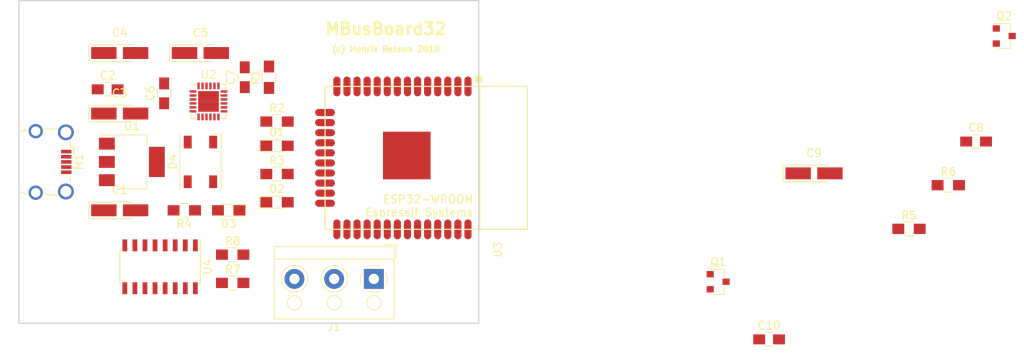
<source format=kicad_pcb>
(kicad_pcb (version 4) (host pcbnew 4.0.7)

  (general
    (links 58)
    (no_connects 58)
    (area 11.608999 86.284999 69.671001 127.075001)
    (thickness 1.6)
    (drawings 7)
    (tracks 0)
    (zones 0)
    (modules 30)
    (nets 25)
  )

  (page A4)
  (layers
    (0 F.Cu signal)
    (31 B.Cu signal)
    (32 B.Adhes user)
    (33 F.Adhes user)
    (34 B.Paste user)
    (35 F.Paste user)
    (36 B.SilkS user)
    (37 F.SilkS user)
    (38 B.Mask user)
    (39 F.Mask user)
    (40 Dwgs.User user)
    (41 Cmts.User user)
    (42 Eco1.User user)
    (43 Eco2.User user)
    (44 Edge.Cuts user)
    (45 Margin user)
    (46 B.CrtYd user)
    (47 F.CrtYd user)
    (48 B.Fab user)
    (49 F.Fab user)
  )

  (setup
    (last_trace_width 0.25)
    (trace_clearance 0.2)
    (zone_clearance 0.508)
    (zone_45_only no)
    (trace_min 0.2)
    (segment_width 0.2)
    (edge_width 0.15)
    (via_size 0.6)
    (via_drill 0.4)
    (via_min_size 0.4)
    (via_min_drill 0.3)
    (uvia_size 0.3)
    (uvia_drill 0.1)
    (uvias_allowed no)
    (uvia_min_size 0.2)
    (uvia_min_drill 0.1)
    (pcb_text_width 0.3)
    (pcb_text_size 1.5 1.5)
    (mod_edge_width 0.15)
    (mod_text_size 1 1)
    (mod_text_width 0.15)
    (pad_size 1.524 1.524)
    (pad_drill 0.762)
    (pad_to_mask_clearance 0.2)
    (aux_axis_origin 0 0)
    (visible_elements 7FFFFFFF)
    (pcbplotparams
      (layerselection 0x00030_80000001)
      (usegerberextensions false)
      (excludeedgelayer true)
      (linewidth 0.100000)
      (plotframeref false)
      (viasonmask false)
      (mode 1)
      (useauxorigin false)
      (hpglpennumber 1)
      (hpglpenspeed 20)
      (hpglpendiameter 15)
      (hpglpenoverlay 2)
      (psnegative false)
      (psa4output false)
      (plotreference true)
      (plotvalue true)
      (plotinvisibletext false)
      (padsonsilk false)
      (subtractmaskfromsilk false)
      (outputformat 1)
      (mirror false)
      (drillshape 1)
      (scaleselection 1)
      (outputdirectory ""))
  )

  (net 0 "")
  (net 1 VBUS)
  (net 2 GND)
  (net 3 +3V3)
  (net 4 /D-)
  (net 5 /D+)
  (net 6 "Net-(R1-Pad1)")
  (net 7 /LED_RX)
  (net 8 /LED_TX)
  (net 9 /RTS)
  (net 10 /MCU_TX)
  (net 11 /MCU_RX)
  (net 12 /DTR)
  (net 13 "Net-(D1-Pad1)")
  (net 14 "Net-(D2-Pad1)")
  (net 15 "Net-(D3-Pad1)")
  (net 16 /IO13)
  (net 17 "Net-(J1-Pad1)")
  (net 18 "Net-(J1-Pad2)")
  (net 19 "Net-(Q1-Pad2)")
  (net 20 /EN)
  (net 21 "Net-(Q2-Pad2)")
  (net 22 /IO0)
  (net 23 /BUS_LINE_1)
  (net 24 /BUS_LINE_2)

  (net_class Default "This is the default net class."
    (clearance 0.2)
    (trace_width 0.25)
    (via_dia 0.6)
    (via_drill 0.4)
    (uvia_dia 0.3)
    (uvia_drill 0.1)
    (add_net +3V3)
    (add_net /BUS_LINE_1)
    (add_net /BUS_LINE_2)
    (add_net /D+)
    (add_net /D-)
    (add_net /DTR)
    (add_net /EN)
    (add_net /IO0)
    (add_net /IO13)
    (add_net /LED_RX)
    (add_net /LED_TX)
    (add_net /MCU_RX)
    (add_net /MCU_TX)
    (add_net /RTS)
    (add_net GND)
    (add_net "Net-(D1-Pad1)")
    (add_net "Net-(D2-Pad1)")
    (add_net "Net-(D3-Pad1)")
    (add_net "Net-(J1-Pad1)")
    (add_net "Net-(J1-Pad2)")
    (add_net "Net-(Q1-Pad2)")
    (add_net "Net-(Q2-Pad2)")
    (add_net "Net-(R1-Pad1)")
    (add_net VBUS)
  )

  (module ESP32-footprints-Lib:ESP32-WROOM (layer F.Cu) (tedit 57D08EA8) (tstamp 5ABC097B)
    (at 62.992 106.172 90)
    (path /5AA92D8D)
    (fp_text reference U3 (at -11.557 9.017 90) (layer F.SilkS)
      (effects (font (size 1 1) (thickness 0.15)))
    )
    (fp_text value ESP32-WROOM (at 5.715 14.224 90) (layer F.Fab)
      (effects (font (size 1 1) (thickness 0.15)))
    )
    (fp_text user "Espressif Systems" (at -6.858 -0.889 180) (layer F.SilkS)
      (effects (font (size 1 1) (thickness 0.15)))
    )
    (fp_circle (center 9.906 6.604) (end 10.033 6.858) (layer F.SilkS) (width 0.5))
    (fp_text user ESP32-WROOM (at -5.207 0.254 180) (layer F.SilkS)
      (effects (font (size 1 1) (thickness 0.15)))
    )
    (fp_line (start -9 6.75) (end 9 6.75) (layer F.SilkS) (width 0.15))
    (fp_line (start 9 12.75) (end 9 -12.75) (layer F.SilkS) (width 0.15))
    (fp_line (start -9 12.75) (end -9 -12.75) (layer F.SilkS) (width 0.15))
    (fp_line (start -9 -12.75) (end 9 -12.75) (layer F.SilkS) (width 0.15))
    (fp_line (start -9 12.75) (end 9 12.75) (layer F.SilkS) (width 0.15))
    (pad 38 smd oval (at -9 5.25 90) (size 2.5 0.9) (layers F.Cu F.Paste F.Mask))
    (pad 37 smd oval (at -9 3.98 90) (size 2.5 0.9) (layers F.Cu F.Paste F.Mask))
    (pad 36 smd oval (at -9 2.71 90) (size 2.5 0.9) (layers F.Cu F.Paste F.Mask))
    (pad 35 smd oval (at -9 1.44 90) (size 2.5 0.9) (layers F.Cu F.Paste F.Mask)
      (net 10 /MCU_TX))
    (pad 34 smd oval (at -9 0.17 90) (size 2.5 0.9) (layers F.Cu F.Paste F.Mask)
      (net 11 /MCU_RX))
    (pad 33 smd oval (at -9 -1.1 90) (size 2.5 0.9) (layers F.Cu F.Paste F.Mask))
    (pad 32 smd oval (at -9 -2.37 90) (size 2.5 0.9) (layers F.Cu F.Paste F.Mask))
    (pad 31 smd oval (at -9 -3.64 90) (size 2.5 0.9) (layers F.Cu F.Paste F.Mask))
    (pad 30 smd oval (at -9 -4.91 90) (size 2.5 0.9) (layers F.Cu F.Paste F.Mask))
    (pad 29 smd oval (at -9 -6.18 90) (size 2.5 0.9) (layers F.Cu F.Paste F.Mask))
    (pad 28 smd oval (at -9 -7.45 90) (size 2.5 0.9) (layers F.Cu F.Paste F.Mask))
    (pad 27 smd oval (at -9 -8.72 90) (size 2.5 0.9) (layers F.Cu F.Paste F.Mask))
    (pad 26 smd oval (at -9 -9.99 90) (size 2.5 0.9) (layers F.Cu F.Paste F.Mask))
    (pad 25 smd oval (at -9 -11.26 90) (size 2.5 0.9) (layers F.Cu F.Paste F.Mask)
      (net 22 /IO0))
    (pad 24 smd oval (at -5.715 -12.75 90) (size 0.9 2.5) (layers F.Cu F.Paste F.Mask))
    (pad 23 smd oval (at -4.445 -12.75 90) (size 0.9 2.5) (layers F.Cu F.Paste F.Mask))
    (pad 22 smd oval (at -3.175 -12.75 90) (size 0.9 2.5) (layers F.Cu F.Paste F.Mask))
    (pad 21 smd oval (at -1.905 -12.75 90) (size 0.9 2.5) (layers F.Cu F.Paste F.Mask))
    (pad 20 smd oval (at -0.635 -12.75 90) (size 0.9 2.5) (layers F.Cu F.Paste F.Mask))
    (pad 19 smd oval (at 0.635 -12.75 90) (size 0.9 2.5) (layers F.Cu F.Paste F.Mask))
    (pad 18 smd oval (at 1.905 -12.75 90) (size 0.9 2.5) (layers F.Cu F.Paste F.Mask))
    (pad 17 smd oval (at 3.175 -12.75 90) (size 0.9 2.5) (layers F.Cu F.Paste F.Mask))
    (pad 16 smd oval (at 4.445 -12.75 90) (size 0.9 2.5) (layers F.Cu F.Paste F.Mask)
      (net 16 /IO13))
    (pad 15 smd oval (at 5.715 -12.75 90) (size 0.9 2.5) (layers F.Cu F.Paste F.Mask))
    (pad 14 smd oval (at 9 -11.26 90) (size 2.5 0.9) (layers F.Cu F.Paste F.Mask))
    (pad 13 smd oval (at 9 -9.99 90) (size 2.5 0.9) (layers F.Cu F.Paste F.Mask))
    (pad 12 smd oval (at 9 -8.72 90) (size 2.5 0.9) (layers F.Cu F.Paste F.Mask))
    (pad 11 smd oval (at 9 -7.45 90) (size 2.5 0.9) (layers F.Cu F.Paste F.Mask))
    (pad 10 smd oval (at 9 -6.18 90) (size 2.5 0.9) (layers F.Cu F.Paste F.Mask))
    (pad 9 smd oval (at 9 -4.91 90) (size 2.5 0.9) (layers F.Cu F.Paste F.Mask))
    (pad 8 smd oval (at 9 -3.64 90) (size 2.5 0.9) (layers F.Cu F.Paste F.Mask))
    (pad 7 smd oval (at 9 -2.37 90) (size 2.5 0.9) (layers F.Cu F.Paste F.Mask))
    (pad 6 smd oval (at 9 -1.1 90) (size 2.5 0.9) (layers F.Cu F.Paste F.Mask))
    (pad 5 smd oval (at 9 0.17 90) (size 2.5 0.9) (layers F.Cu F.Paste F.Mask))
    (pad 4 smd oval (at 9 1.44 90) (size 2.5 0.9) (layers F.Cu F.Paste F.Mask))
    (pad 3 smd oval (at 9 2.71 90) (size 2.5 0.9) (layers F.Cu F.Paste F.Mask)
      (net 20 /EN))
    (pad 2 smd oval (at 9 3.98 90) (size 2.5 0.9) (layers F.Cu F.Paste F.Mask)
      (net 1 VBUS))
    (pad 1 smd oval (at 9 5.25 90) (size 2.5 0.9) (layers F.Cu F.Paste F.Mask))
    (pad 39 smd rect (at 0.3 -2.45 90) (size 6 6) (layers F.Cu F.Paste F.Mask))
    (model ../../../../../../Develop/Privat/HW/KiCad/packages3d/KiCAD-ESP-WROOM-32.wrl
      (at (xyz 0 0 0))
      (scale (xyz 1 1 1))
      (rotate (xyz 0 0 0))
    )
  )

  (module Capacitors_Tantalum_SMD:CP_Tantalum_Case-A_EIA-3216-18_Hand (layer F.Cu) (tedit 58CC8C08) (tstamp 5ABC0913)
    (at 24.384 100.584)
    (descr "Tantalum capacitor, Case A, EIA 3216-18, 3.2x1.6x1.6mm, Hand soldering footprint")
    (tags "capacitor tantalum smd")
    (path /5AA8F631)
    (attr smd)
    (fp_text reference C3 (at 0 -2.55) (layer F.SilkS)
      (effects (font (size 1 1) (thickness 0.15)))
    )
    (fp_text value 22uF (at 0 2.55) (layer F.Fab)
      (effects (font (size 1 1) (thickness 0.15)))
    )
    (fp_text user %R (at 0 0) (layer F.Fab)
      (effects (font (size 0.7 0.7) (thickness 0.105)))
    )
    (fp_line (start -4 -1.2) (end -4 1.2) (layer F.CrtYd) (width 0.05))
    (fp_line (start -4 1.2) (end 4 1.2) (layer F.CrtYd) (width 0.05))
    (fp_line (start 4 1.2) (end 4 -1.2) (layer F.CrtYd) (width 0.05))
    (fp_line (start 4 -1.2) (end -4 -1.2) (layer F.CrtYd) (width 0.05))
    (fp_line (start -1.6 -0.8) (end -1.6 0.8) (layer F.Fab) (width 0.1))
    (fp_line (start -1.6 0.8) (end 1.6 0.8) (layer F.Fab) (width 0.1))
    (fp_line (start 1.6 0.8) (end 1.6 -0.8) (layer F.Fab) (width 0.1))
    (fp_line (start 1.6 -0.8) (end -1.6 -0.8) (layer F.Fab) (width 0.1))
    (fp_line (start -1.28 -0.8) (end -1.28 0.8) (layer F.Fab) (width 0.1))
    (fp_line (start -1.12 -0.8) (end -1.12 0.8) (layer F.Fab) (width 0.1))
    (fp_line (start -3.9 -1.05) (end 1.6 -1.05) (layer F.SilkS) (width 0.12))
    (fp_line (start -3.9 1.05) (end 1.6 1.05) (layer F.SilkS) (width 0.12))
    (fp_line (start -3.9 -1.05) (end -3.9 1.05) (layer F.SilkS) (width 0.12))
    (pad 1 smd rect (at -2 0) (size 3.2 1.5) (layers F.Cu F.Paste F.Mask)
      (net 3 +3V3))
    (pad 2 smd rect (at 2 0) (size 3.2 1.5) (layers F.Cu F.Paste F.Mask)
      (net 2 GND))
    (model Capacitors_Tantalum_SMD.3dshapes/CP_Tantalum_Case-A_EIA-3216-18.wrl
      (at (xyz 0 0 0))
      (scale (xyz 1 1 1))
      (rotate (xyz 0 0 0))
    )
  )

  (module Resistors_SMD:R_0805_HandSoldering placed (layer F.Cu) (tedit 58E0A804) (tstamp 5ABC0928)
    (at 43.18 96.012 90)
    (descr "Resistor SMD 0805, hand soldering")
    (tags "resistor 0805")
    (path /5AA926B2)
    (attr smd)
    (fp_text reference R1 (at 0 -1.7 90) (layer F.SilkS)
      (effects (font (size 1 1) (thickness 0.15)))
    )
    (fp_text value 1k (at 0 1.75 90) (layer F.Fab)
      (effects (font (size 1 1) (thickness 0.15)))
    )
    (fp_text user %R (at 0 0 90) (layer F.Fab)
      (effects (font (size 0.5 0.5) (thickness 0.075)))
    )
    (fp_line (start -1 0.62) (end -1 -0.62) (layer F.Fab) (width 0.1))
    (fp_line (start 1 0.62) (end -1 0.62) (layer F.Fab) (width 0.1))
    (fp_line (start 1 -0.62) (end 1 0.62) (layer F.Fab) (width 0.1))
    (fp_line (start -1 -0.62) (end 1 -0.62) (layer F.Fab) (width 0.1))
    (fp_line (start 0.6 0.88) (end -0.6 0.88) (layer F.SilkS) (width 0.12))
    (fp_line (start -0.6 -0.88) (end 0.6 -0.88) (layer F.SilkS) (width 0.12))
    (fp_line (start -2.35 -0.9) (end 2.35 -0.9) (layer F.CrtYd) (width 0.05))
    (fp_line (start -2.35 -0.9) (end -2.35 0.9) (layer F.CrtYd) (width 0.05))
    (fp_line (start 2.35 0.9) (end 2.35 -0.9) (layer F.CrtYd) (width 0.05))
    (fp_line (start 2.35 0.9) (end -2.35 0.9) (layer F.CrtYd) (width 0.05))
    (pad 1 smd rect (at -1.35 0 90) (size 1.5 1.3) (layers F.Cu F.Paste F.Mask)
      (net 6 "Net-(R1-Pad1)"))
    (pad 2 smd rect (at 1.35 0 90) (size 1.5 1.3) (layers F.Cu F.Paste F.Mask)
      (net 3 +3V3))
    (model ${KISYS3DMOD}/Resistors_SMD.3dshapes/R_0805.wrl
      (at (xyz 0 0 0))
      (scale (xyz 1 1 1))
      (rotate (xyz 0 0 0))
    )
  )

  (module Capacitors_Tantalum_SMD:CP_Tantalum_Case-A_EIA-3216-18_Hand (layer F.Cu) (tedit 58CC8C08) (tstamp 5ABC129D)
    (at 24.384 92.964)
    (descr "Tantalum capacitor, Case A, EIA 3216-18, 3.2x1.6x1.6mm, Hand soldering footprint")
    (tags "capacitor tantalum smd")
    (path /5AAA77CA)
    (attr smd)
    (fp_text reference C4 (at 0 -2.55) (layer F.SilkS)
      (effects (font (size 1 1) (thickness 0.15)))
    )
    (fp_text value 4.7uF (at 0 2.55) (layer F.Fab)
      (effects (font (size 1 1) (thickness 0.15)))
    )
    (fp_text user %R (at 0 0) (layer F.Fab)
      (effects (font (size 0.7 0.7) (thickness 0.105)))
    )
    (fp_line (start -4 -1.2) (end -4 1.2) (layer F.CrtYd) (width 0.05))
    (fp_line (start -4 1.2) (end 4 1.2) (layer F.CrtYd) (width 0.05))
    (fp_line (start 4 1.2) (end 4 -1.2) (layer F.CrtYd) (width 0.05))
    (fp_line (start 4 -1.2) (end -4 -1.2) (layer F.CrtYd) (width 0.05))
    (fp_line (start -1.6 -0.8) (end -1.6 0.8) (layer F.Fab) (width 0.1))
    (fp_line (start -1.6 0.8) (end 1.6 0.8) (layer F.Fab) (width 0.1))
    (fp_line (start 1.6 0.8) (end 1.6 -0.8) (layer F.Fab) (width 0.1))
    (fp_line (start 1.6 -0.8) (end -1.6 -0.8) (layer F.Fab) (width 0.1))
    (fp_line (start -1.28 -0.8) (end -1.28 0.8) (layer F.Fab) (width 0.1))
    (fp_line (start -1.12 -0.8) (end -1.12 0.8) (layer F.Fab) (width 0.1))
    (fp_line (start -3.9 -1.05) (end 1.6 -1.05) (layer F.SilkS) (width 0.12))
    (fp_line (start -3.9 1.05) (end 1.6 1.05) (layer F.SilkS) (width 0.12))
    (fp_line (start -3.9 -1.05) (end -3.9 1.05) (layer F.SilkS) (width 0.12))
    (pad 1 smd rect (at -2 0) (size 3.2 1.5) (layers F.Cu F.Paste F.Mask)
      (net 3 +3V3))
    (pad 2 smd rect (at 2 0) (size 3.2 1.5) (layers F.Cu F.Paste F.Mask)
      (net 2 GND))
    (model Capacitors_Tantalum_SMD.3dshapes/CP_Tantalum_Case-A_EIA-3216-18.wrl
      (at (xyz 0 0 0))
      (scale (xyz 1 1 1))
      (rotate (xyz 0 0 0))
    )
  )

  (module Capacitors_Tantalum_SMD:CP_Tantalum_Case-A_EIA-3216-18_Hand (layer F.Cu) (tedit 58CC8C08) (tstamp 5ABC12A3)
    (at 34.544 92.964)
    (descr "Tantalum capacitor, Case A, EIA 3216-18, 3.2x1.6x1.6mm, Hand soldering footprint")
    (tags "capacitor tantalum smd")
    (path /5AAA8516)
    (attr smd)
    (fp_text reference C5 (at 0 -2.55) (layer F.SilkS)
      (effects (font (size 1 1) (thickness 0.15)))
    )
    (fp_text value 4.7uF (at 0 2.55) (layer F.Fab)
      (effects (font (size 1 1) (thickness 0.15)))
    )
    (fp_text user %R (at 0 0) (layer F.Fab)
      (effects (font (size 0.7 0.7) (thickness 0.105)))
    )
    (fp_line (start -4 -1.2) (end -4 1.2) (layer F.CrtYd) (width 0.05))
    (fp_line (start -4 1.2) (end 4 1.2) (layer F.CrtYd) (width 0.05))
    (fp_line (start 4 1.2) (end 4 -1.2) (layer F.CrtYd) (width 0.05))
    (fp_line (start 4 -1.2) (end -4 -1.2) (layer F.CrtYd) (width 0.05))
    (fp_line (start -1.6 -0.8) (end -1.6 0.8) (layer F.Fab) (width 0.1))
    (fp_line (start -1.6 0.8) (end 1.6 0.8) (layer F.Fab) (width 0.1))
    (fp_line (start 1.6 0.8) (end 1.6 -0.8) (layer F.Fab) (width 0.1))
    (fp_line (start 1.6 -0.8) (end -1.6 -0.8) (layer F.Fab) (width 0.1))
    (fp_line (start -1.28 -0.8) (end -1.28 0.8) (layer F.Fab) (width 0.1))
    (fp_line (start -1.12 -0.8) (end -1.12 0.8) (layer F.Fab) (width 0.1))
    (fp_line (start -3.9 -1.05) (end 1.6 -1.05) (layer F.SilkS) (width 0.12))
    (fp_line (start -3.9 1.05) (end 1.6 1.05) (layer F.SilkS) (width 0.12))
    (fp_line (start -3.9 -1.05) (end -3.9 1.05) (layer F.SilkS) (width 0.12))
    (pad 1 smd rect (at -2 0) (size 3.2 1.5) (layers F.Cu F.Paste F.Mask)
      (net 1 VBUS))
    (pad 2 smd rect (at 2 0) (size 3.2 1.5) (layers F.Cu F.Paste F.Mask)
      (net 2 GND))
    (model Capacitors_Tantalum_SMD.3dshapes/CP_Tantalum_Case-A_EIA-3216-18.wrl
      (at (xyz 0 0 0))
      (scale (xyz 1 1 1))
      (rotate (xyz 0 0 0))
    )
  )

  (module Capacitors_SMD:C_0805_HandSoldering placed (layer F.Cu) (tedit 58AA84A8) (tstamp 5ABC12A9)
    (at 29.972 98.044 90)
    (descr "Capacitor SMD 0805, hand soldering")
    (tags "capacitor 0805")
    (path /5AAA781B)
    (attr smd)
    (fp_text reference C6 (at 0 -1.75 90) (layer F.SilkS)
      (effects (font (size 1 1) (thickness 0.15)))
    )
    (fp_text value 0.1uF (at 0 1.75 90) (layer F.Fab)
      (effects (font (size 1 1) (thickness 0.15)))
    )
    (fp_text user %R (at 0 -1.75 90) (layer F.Fab)
      (effects (font (size 1 1) (thickness 0.15)))
    )
    (fp_line (start -1 0.62) (end -1 -0.62) (layer F.Fab) (width 0.1))
    (fp_line (start 1 0.62) (end -1 0.62) (layer F.Fab) (width 0.1))
    (fp_line (start 1 -0.62) (end 1 0.62) (layer F.Fab) (width 0.1))
    (fp_line (start -1 -0.62) (end 1 -0.62) (layer F.Fab) (width 0.1))
    (fp_line (start 0.5 -0.85) (end -0.5 -0.85) (layer F.SilkS) (width 0.12))
    (fp_line (start -0.5 0.85) (end 0.5 0.85) (layer F.SilkS) (width 0.12))
    (fp_line (start -2.25 -0.88) (end 2.25 -0.88) (layer F.CrtYd) (width 0.05))
    (fp_line (start -2.25 -0.88) (end -2.25 0.87) (layer F.CrtYd) (width 0.05))
    (fp_line (start 2.25 0.87) (end 2.25 -0.88) (layer F.CrtYd) (width 0.05))
    (fp_line (start 2.25 0.87) (end -2.25 0.87) (layer F.CrtYd) (width 0.05))
    (pad 1 smd rect (at -1.25 0 90) (size 1.5 1.25) (layers F.Cu F.Paste F.Mask)
      (net 3 +3V3))
    (pad 2 smd rect (at 1.25 0 90) (size 1.5 1.25) (layers F.Cu F.Paste F.Mask)
      (net 2 GND))
    (model Capacitors_SMD.3dshapes/C_0805.wrl
      (at (xyz 0 0 0))
      (scale (xyz 1 1 1))
      (rotate (xyz 0 0 0))
    )
  )

  (module Capacitors_SMD:C_0805_HandSoldering (layer F.Cu) (tedit 58AA84A8) (tstamp 5ABC12AF)
    (at 40.132 96.012 90)
    (descr "Capacitor SMD 0805, hand soldering")
    (tags "capacitor 0805")
    (path /5AAA851C)
    (attr smd)
    (fp_text reference C7 (at 0 -1.75 90) (layer F.SilkS)
      (effects (font (size 1 1) (thickness 0.15)))
    )
    (fp_text value 0.1uF (at 0 1.75 90) (layer F.Fab)
      (effects (font (size 1 1) (thickness 0.15)))
    )
    (fp_text user %R (at 0 -1.75 90) (layer F.Fab)
      (effects (font (size 1 1) (thickness 0.15)))
    )
    (fp_line (start -1 0.62) (end -1 -0.62) (layer F.Fab) (width 0.1))
    (fp_line (start 1 0.62) (end -1 0.62) (layer F.Fab) (width 0.1))
    (fp_line (start 1 -0.62) (end 1 0.62) (layer F.Fab) (width 0.1))
    (fp_line (start -1 -0.62) (end 1 -0.62) (layer F.Fab) (width 0.1))
    (fp_line (start 0.5 -0.85) (end -0.5 -0.85) (layer F.SilkS) (width 0.12))
    (fp_line (start -0.5 0.85) (end 0.5 0.85) (layer F.SilkS) (width 0.12))
    (fp_line (start -2.25 -0.88) (end 2.25 -0.88) (layer F.CrtYd) (width 0.05))
    (fp_line (start -2.25 -0.88) (end -2.25 0.87) (layer F.CrtYd) (width 0.05))
    (fp_line (start 2.25 0.87) (end 2.25 -0.88) (layer F.CrtYd) (width 0.05))
    (fp_line (start 2.25 0.87) (end -2.25 0.87) (layer F.CrtYd) (width 0.05))
    (pad 1 smd rect (at -1.25 0 90) (size 1.5 1.25) (layers F.Cu F.Paste F.Mask)
      (net 1 VBUS))
    (pad 2 smd rect (at 1.25 0 90) (size 1.5 1.25) (layers F.Cu F.Paste F.Mask)
      (net 2 GND))
    (model Capacitors_SMD.3dshapes/C_0805.wrl
      (at (xyz 0 0 0))
      (scale (xyz 1 1 1))
      (rotate (xyz 0 0 0))
    )
  )

  (module Capacitors_SMD:C_0805_HandSoldering placed (layer F.Cu) (tedit 58AA84A8) (tstamp 5ABC12B5)
    (at 132.246002 104.109999)
    (descr "Capacitor SMD 0805, hand soldering")
    (tags "capacitor 0805")
    (path /5AAADC04)
    (attr smd)
    (fp_text reference C8 (at 0 -1.75) (layer F.SilkS)
      (effects (font (size 1 1) (thickness 0.15)))
    )
    (fp_text value 0.1uF (at 0 1.75) (layer F.Fab)
      (effects (font (size 1 1) (thickness 0.15)))
    )
    (fp_text user %R (at 0 -1.75) (layer F.Fab)
      (effects (font (size 1 1) (thickness 0.15)))
    )
    (fp_line (start -1 0.62) (end -1 -0.62) (layer F.Fab) (width 0.1))
    (fp_line (start 1 0.62) (end -1 0.62) (layer F.Fab) (width 0.1))
    (fp_line (start 1 -0.62) (end 1 0.62) (layer F.Fab) (width 0.1))
    (fp_line (start -1 -0.62) (end 1 -0.62) (layer F.Fab) (width 0.1))
    (fp_line (start 0.5 -0.85) (end -0.5 -0.85) (layer F.SilkS) (width 0.12))
    (fp_line (start -0.5 0.85) (end 0.5 0.85) (layer F.SilkS) (width 0.12))
    (fp_line (start -2.25 -0.88) (end 2.25 -0.88) (layer F.CrtYd) (width 0.05))
    (fp_line (start -2.25 -0.88) (end -2.25 0.87) (layer F.CrtYd) (width 0.05))
    (fp_line (start 2.25 0.87) (end 2.25 -0.88) (layer F.CrtYd) (width 0.05))
    (fp_line (start 2.25 0.87) (end -2.25 0.87) (layer F.CrtYd) (width 0.05))
    (pad 1 smd rect (at -1.25 0) (size 1.5 1.25) (layers F.Cu F.Paste F.Mask)
      (net 2 GND))
    (pad 2 smd rect (at 1.25 0) (size 1.5 1.25) (layers F.Cu F.Paste F.Mask)
      (net 1 VBUS))
    (model Capacitors_SMD.3dshapes/C_0805.wrl
      (at (xyz 0 0 0))
      (scale (xyz 1 1 1))
      (rotate (xyz 0 0 0))
    )
  )

  (module Capacitors_Tantalum_SMD:CP_Tantalum_Case-A_EIA-3216-18_Hand (layer F.Cu) (tedit 58CC8C08) (tstamp 5ABC12BB)
    (at 111.836002 108.119999)
    (descr "Tantalum capacitor, Case A, EIA 3216-18, 3.2x1.6x1.6mm, Hand soldering footprint")
    (tags "capacitor tantalum smd")
    (path /5AAAF471)
    (attr smd)
    (fp_text reference C9 (at 0 -2.55) (layer F.SilkS)
      (effects (font (size 1 1) (thickness 0.15)))
    )
    (fp_text value 47uF (at 0 2.55) (layer F.Fab)
      (effects (font (size 1 1) (thickness 0.15)))
    )
    (fp_text user %R (at 0 0) (layer F.Fab)
      (effects (font (size 0.7 0.7) (thickness 0.105)))
    )
    (fp_line (start -4 -1.2) (end -4 1.2) (layer F.CrtYd) (width 0.05))
    (fp_line (start -4 1.2) (end 4 1.2) (layer F.CrtYd) (width 0.05))
    (fp_line (start 4 1.2) (end 4 -1.2) (layer F.CrtYd) (width 0.05))
    (fp_line (start 4 -1.2) (end -4 -1.2) (layer F.CrtYd) (width 0.05))
    (fp_line (start -1.6 -0.8) (end -1.6 0.8) (layer F.Fab) (width 0.1))
    (fp_line (start -1.6 0.8) (end 1.6 0.8) (layer F.Fab) (width 0.1))
    (fp_line (start 1.6 0.8) (end 1.6 -0.8) (layer F.Fab) (width 0.1))
    (fp_line (start 1.6 -0.8) (end -1.6 -0.8) (layer F.Fab) (width 0.1))
    (fp_line (start -1.28 -0.8) (end -1.28 0.8) (layer F.Fab) (width 0.1))
    (fp_line (start -1.12 -0.8) (end -1.12 0.8) (layer F.Fab) (width 0.1))
    (fp_line (start -3.9 -1.05) (end 1.6 -1.05) (layer F.SilkS) (width 0.12))
    (fp_line (start -3.9 1.05) (end 1.6 1.05) (layer F.SilkS) (width 0.12))
    (fp_line (start -3.9 -1.05) (end -3.9 1.05) (layer F.SilkS) (width 0.12))
    (pad 1 smd rect (at -2 0) (size 3.2 1.5) (layers F.Cu F.Paste F.Mask)
      (net 1 VBUS))
    (pad 2 smd rect (at 2 0) (size 3.2 1.5) (layers F.Cu F.Paste F.Mask)
      (net 2 GND))
    (model Capacitors_Tantalum_SMD.3dshapes/CP_Tantalum_Case-A_EIA-3216-18.wrl
      (at (xyz 0 0 0))
      (scale (xyz 1 1 1))
      (rotate (xyz 0 0 0))
    )
  )

  (module Capacitors_SMD:C_0805_HandSoldering placed (layer F.Cu) (tedit 58AA84A8) (tstamp 5ABC12C1)
    (at 106.172 129.032)
    (descr "Capacitor SMD 0805, hand soldering")
    (tags "capacitor 0805")
    (path /5AAAEF8E)
    (attr smd)
    (fp_text reference C10 (at 0 -1.75) (layer F.SilkS)
      (effects (font (size 1 1) (thickness 0.15)))
    )
    (fp_text value 0.1uF (at 0 1.75) (layer F.Fab)
      (effects (font (size 1 1) (thickness 0.15)))
    )
    (fp_text user %R (at 0 -1.75) (layer F.Fab)
      (effects (font (size 1 1) (thickness 0.15)))
    )
    (fp_line (start -1 0.62) (end -1 -0.62) (layer F.Fab) (width 0.1))
    (fp_line (start 1 0.62) (end -1 0.62) (layer F.Fab) (width 0.1))
    (fp_line (start 1 -0.62) (end 1 0.62) (layer F.Fab) (width 0.1))
    (fp_line (start -1 -0.62) (end 1 -0.62) (layer F.Fab) (width 0.1))
    (fp_line (start 0.5 -0.85) (end -0.5 -0.85) (layer F.SilkS) (width 0.12))
    (fp_line (start -0.5 0.85) (end 0.5 0.85) (layer F.SilkS) (width 0.12))
    (fp_line (start -2.25 -0.88) (end 2.25 -0.88) (layer F.CrtYd) (width 0.05))
    (fp_line (start -2.25 -0.88) (end -2.25 0.87) (layer F.CrtYd) (width 0.05))
    (fp_line (start 2.25 0.87) (end 2.25 -0.88) (layer F.CrtYd) (width 0.05))
    (fp_line (start 2.25 0.87) (end -2.25 0.87) (layer F.CrtYd) (width 0.05))
    (pad 1 smd rect (at -1.25 0) (size 1.5 1.25) (layers F.Cu F.Paste F.Mask)
      (net 1 VBUS))
    (pad 2 smd rect (at 1.25 0) (size 1.5 1.25) (layers F.Cu F.Paste F.Mask)
      (net 2 GND))
    (model Capacitors_SMD.3dshapes/C_0805.wrl
      (at (xyz 0 0 0))
      (scale (xyz 1 1 1))
      (rotate (xyz 0 0 0))
    )
  )

  (module LEDs:LED_0805_HandSoldering (layer F.Cu) (tedit 595FCA25) (tstamp 5ABC12C7)
    (at 44.196 104.648)
    (descr "Resistor SMD 0805, hand soldering")
    (tags "resistor 0805")
    (path /5AAA92A7)
    (attr smd)
    (fp_text reference D1 (at 0 -1.7) (layer F.SilkS)
      (effects (font (size 1 1) (thickness 0.15)))
    )
    (fp_text value LED_Small (at 0 1.75) (layer F.Fab)
      (effects (font (size 1 1) (thickness 0.15)))
    )
    (fp_line (start -0.4 -0.4) (end -0.4 0.4) (layer F.Fab) (width 0.1))
    (fp_line (start -0.4 0) (end 0.2 -0.4) (layer F.Fab) (width 0.1))
    (fp_line (start 0.2 0.4) (end -0.4 0) (layer F.Fab) (width 0.1))
    (fp_line (start 0.2 -0.4) (end 0.2 0.4) (layer F.Fab) (width 0.1))
    (fp_line (start -1 0.62) (end -1 -0.62) (layer F.Fab) (width 0.1))
    (fp_line (start 1 0.62) (end -1 0.62) (layer F.Fab) (width 0.1))
    (fp_line (start 1 -0.62) (end 1 0.62) (layer F.Fab) (width 0.1))
    (fp_line (start -1 -0.62) (end 1 -0.62) (layer F.Fab) (width 0.1))
    (fp_line (start 1 0.75) (end -2.2 0.75) (layer F.SilkS) (width 0.12))
    (fp_line (start -2.2 -0.75) (end 1 -0.75) (layer F.SilkS) (width 0.12))
    (fp_line (start -2.35 -0.9) (end 2.35 -0.9) (layer F.CrtYd) (width 0.05))
    (fp_line (start -2.35 -0.9) (end -2.35 0.9) (layer F.CrtYd) (width 0.05))
    (fp_line (start 2.35 0.9) (end 2.35 -0.9) (layer F.CrtYd) (width 0.05))
    (fp_line (start 2.35 0.9) (end -2.35 0.9) (layer F.CrtYd) (width 0.05))
    (fp_line (start -2.2 -0.75) (end -2.2 0.75) (layer F.SilkS) (width 0.12))
    (pad 1 smd rect (at -1.35 0) (size 1.5 1.3) (layers F.Cu F.Paste F.Mask)
      (net 13 "Net-(D1-Pad1)"))
    (pad 2 smd rect (at 1.35 0) (size 1.5 1.3) (layers F.Cu F.Paste F.Mask)
      (net 3 +3V3))
    (model ${KISYS3DMOD}/LEDs.3dshapes/LED_0805.wrl
      (at (xyz 0 0 0))
      (scale (xyz 1 1 1))
      (rotate (xyz 0 0 0))
    )
  )

  (module LEDs:LED_0805_HandSoldering (layer F.Cu) (tedit 595FCA25) (tstamp 5ABC12CD)
    (at 44.196 111.76)
    (descr "Resistor SMD 0805, hand soldering")
    (tags "resistor 0805")
    (path /5AAA93D3)
    (attr smd)
    (fp_text reference D2 (at 0 -1.7) (layer F.SilkS)
      (effects (font (size 1 1) (thickness 0.15)))
    )
    (fp_text value LED_Small (at 0 1.75) (layer F.Fab)
      (effects (font (size 1 1) (thickness 0.15)))
    )
    (fp_line (start -0.4 -0.4) (end -0.4 0.4) (layer F.Fab) (width 0.1))
    (fp_line (start -0.4 0) (end 0.2 -0.4) (layer F.Fab) (width 0.1))
    (fp_line (start 0.2 0.4) (end -0.4 0) (layer F.Fab) (width 0.1))
    (fp_line (start 0.2 -0.4) (end 0.2 0.4) (layer F.Fab) (width 0.1))
    (fp_line (start -1 0.62) (end -1 -0.62) (layer F.Fab) (width 0.1))
    (fp_line (start 1 0.62) (end -1 0.62) (layer F.Fab) (width 0.1))
    (fp_line (start 1 -0.62) (end 1 0.62) (layer F.Fab) (width 0.1))
    (fp_line (start -1 -0.62) (end 1 -0.62) (layer F.Fab) (width 0.1))
    (fp_line (start 1 0.75) (end -2.2 0.75) (layer F.SilkS) (width 0.12))
    (fp_line (start -2.2 -0.75) (end 1 -0.75) (layer F.SilkS) (width 0.12))
    (fp_line (start -2.35 -0.9) (end 2.35 -0.9) (layer F.CrtYd) (width 0.05))
    (fp_line (start -2.35 -0.9) (end -2.35 0.9) (layer F.CrtYd) (width 0.05))
    (fp_line (start 2.35 0.9) (end 2.35 -0.9) (layer F.CrtYd) (width 0.05))
    (fp_line (start 2.35 0.9) (end -2.35 0.9) (layer F.CrtYd) (width 0.05))
    (fp_line (start -2.2 -0.75) (end -2.2 0.75) (layer F.SilkS) (width 0.12))
    (pad 1 smd rect (at -1.35 0) (size 1.5 1.3) (layers F.Cu F.Paste F.Mask)
      (net 14 "Net-(D2-Pad1)"))
    (pad 2 smd rect (at 1.35 0) (size 1.5 1.3) (layers F.Cu F.Paste F.Mask)
      (net 3 +3V3))
    (model ${KISYS3DMOD}/LEDs.3dshapes/LED_0805.wrl
      (at (xyz 0 0 0))
      (scale (xyz 1 1 1))
      (rotate (xyz 0 0 0))
    )
  )

  (module LEDs:LED_0805_HandSoldering (layer F.Cu) (tedit 595FCA25) (tstamp 5ABC12D3)
    (at 38.1 112.776 180)
    (descr "Resistor SMD 0805, hand soldering")
    (tags "resistor 0805")
    (path /5AAA941B)
    (attr smd)
    (fp_text reference D3 (at 0 -1.7 180) (layer F.SilkS)
      (effects (font (size 1 1) (thickness 0.15)))
    )
    (fp_text value LED_Small (at 0 1.75 180) (layer F.Fab)
      (effects (font (size 1 1) (thickness 0.15)))
    )
    (fp_line (start -0.4 -0.4) (end -0.4 0.4) (layer F.Fab) (width 0.1))
    (fp_line (start -0.4 0) (end 0.2 -0.4) (layer F.Fab) (width 0.1))
    (fp_line (start 0.2 0.4) (end -0.4 0) (layer F.Fab) (width 0.1))
    (fp_line (start 0.2 -0.4) (end 0.2 0.4) (layer F.Fab) (width 0.1))
    (fp_line (start -1 0.62) (end -1 -0.62) (layer F.Fab) (width 0.1))
    (fp_line (start 1 0.62) (end -1 0.62) (layer F.Fab) (width 0.1))
    (fp_line (start 1 -0.62) (end 1 0.62) (layer F.Fab) (width 0.1))
    (fp_line (start -1 -0.62) (end 1 -0.62) (layer F.Fab) (width 0.1))
    (fp_line (start 1 0.75) (end -2.2 0.75) (layer F.SilkS) (width 0.12))
    (fp_line (start -2.2 -0.75) (end 1 -0.75) (layer F.SilkS) (width 0.12))
    (fp_line (start -2.35 -0.9) (end 2.35 -0.9) (layer F.CrtYd) (width 0.05))
    (fp_line (start -2.35 -0.9) (end -2.35 0.9) (layer F.CrtYd) (width 0.05))
    (fp_line (start 2.35 0.9) (end 2.35 -0.9) (layer F.CrtYd) (width 0.05))
    (fp_line (start 2.35 0.9) (end -2.35 0.9) (layer F.CrtYd) (width 0.05))
    (fp_line (start -2.2 -0.75) (end -2.2 0.75) (layer F.SilkS) (width 0.12))
    (pad 1 smd rect (at -1.35 0 180) (size 1.5 1.3) (layers F.Cu F.Paste F.Mask)
      (net 15 "Net-(D3-Pad1)"))
    (pad 2 smd rect (at 1.35 0 180) (size 1.5 1.3) (layers F.Cu F.Paste F.Mask)
      (net 3 +3V3))
    (model ${KISYS3DMOD}/LEDs.3dshapes/LED_0805.wrl
      (at (xyz 0 0 0))
      (scale (xyz 1 1 1))
      (rotate (xyz 0 0 0))
    )
  )

  (module LEDs:LED_WS2812B-PLCC4 (layer F.Cu) (tedit 587A6D9E) (tstamp 5ABC12DB)
    (at 34.544 106.68 90)
    (descr http://www.world-semi.com/uploads/soft/150522/1-150522091P5.pdf)
    (tags "LED NeoPixel")
    (path /5AAACD5F)
    (attr smd)
    (fp_text reference D4 (at 0 -3.5 90) (layer F.SilkS)
      (effects (font (size 1 1) (thickness 0.15)))
    )
    (fp_text value WS2812B (at 0 4 90) (layer F.Fab)
      (effects (font (size 1 1) (thickness 0.15)))
    )
    (fp_line (start 3.75 -2.85) (end -3.75 -2.85) (layer F.CrtYd) (width 0.05))
    (fp_line (start 3.75 2.85) (end 3.75 -2.85) (layer F.CrtYd) (width 0.05))
    (fp_line (start -3.75 2.85) (end 3.75 2.85) (layer F.CrtYd) (width 0.05))
    (fp_line (start -3.75 -2.85) (end -3.75 2.85) (layer F.CrtYd) (width 0.05))
    (fp_line (start 2.5 1.5) (end 1.5 2.5) (layer F.Fab) (width 0.1))
    (fp_line (start -2.5 -2.5) (end -2.5 2.5) (layer F.Fab) (width 0.1))
    (fp_line (start -2.5 2.5) (end 2.5 2.5) (layer F.Fab) (width 0.1))
    (fp_line (start 2.5 2.5) (end 2.5 -2.5) (layer F.Fab) (width 0.1))
    (fp_line (start 2.5 -2.5) (end -2.5 -2.5) (layer F.Fab) (width 0.1))
    (fp_line (start -3.5 -2.6) (end 3.5 -2.6) (layer F.SilkS) (width 0.12))
    (fp_line (start -3.5 2.6) (end 3.5 2.6) (layer F.SilkS) (width 0.12))
    (fp_line (start 3.5 2.6) (end 3.5 1.6) (layer F.SilkS) (width 0.12))
    (fp_circle (center 0 0) (end 0 -2) (layer F.Fab) (width 0.1))
    (pad 3 smd rect (at 2.5 1.6 90) (size 1.6 1) (layers F.Cu F.Paste F.Mask)
      (net 2 GND))
    (pad 4 smd rect (at 2.5 -1.6 90) (size 1.6 1) (layers F.Cu F.Paste F.Mask)
      (net 16 /IO13))
    (pad 2 smd rect (at -2.5 1.6 90) (size 1.6 1) (layers F.Cu F.Paste F.Mask))
    (pad 1 smd rect (at -2.5 -1.6 90) (size 1.6 1) (layers F.Cu F.Paste F.Mask)
      (net 1 VBUS))
    (model ${KISYS3DMOD}/LEDs.3dshapes/LED_WS2812B-PLCC4.wrl
      (at (xyz 0 0 0))
      (scale (xyz 0.39 0.39 0.39))
      (rotate (xyz 0 0 180))
    )
  )

  (module Resistors_SMD:R_0805_HandSoldering (layer F.Cu) (tedit 58E0A804) (tstamp 5ABC12F6)
    (at 44.196 101.6)
    (descr "Resistor SMD 0805, hand soldering")
    (tags "resistor 0805")
    (path /5AAA89A6)
    (attr smd)
    (fp_text reference R2 (at 0 -1.7) (layer F.SilkS)
      (effects (font (size 1 1) (thickness 0.15)))
    )
    (fp_text value 1k (at 0 1.75) (layer F.Fab)
      (effects (font (size 1 1) (thickness 0.15)))
    )
    (fp_text user %R (at 0 0) (layer F.Fab)
      (effects (font (size 0.5 0.5) (thickness 0.075)))
    )
    (fp_line (start -1 0.62) (end -1 -0.62) (layer F.Fab) (width 0.1))
    (fp_line (start 1 0.62) (end -1 0.62) (layer F.Fab) (width 0.1))
    (fp_line (start 1 -0.62) (end 1 0.62) (layer F.Fab) (width 0.1))
    (fp_line (start -1 -0.62) (end 1 -0.62) (layer F.Fab) (width 0.1))
    (fp_line (start 0.6 0.88) (end -0.6 0.88) (layer F.SilkS) (width 0.12))
    (fp_line (start -0.6 -0.88) (end 0.6 -0.88) (layer F.SilkS) (width 0.12))
    (fp_line (start -2.35 -0.9) (end 2.35 -0.9) (layer F.CrtYd) (width 0.05))
    (fp_line (start -2.35 -0.9) (end -2.35 0.9) (layer F.CrtYd) (width 0.05))
    (fp_line (start 2.35 0.9) (end 2.35 -0.9) (layer F.CrtYd) (width 0.05))
    (fp_line (start 2.35 0.9) (end -2.35 0.9) (layer F.CrtYd) (width 0.05))
    (pad 1 smd rect (at -1.35 0) (size 1.5 1.3) (layers F.Cu F.Paste F.Mask)
      (net 8 /LED_TX))
    (pad 2 smd rect (at 1.35 0) (size 1.5 1.3) (layers F.Cu F.Paste F.Mask)
      (net 13 "Net-(D1-Pad1)"))
    (model ${KISYS3DMOD}/Resistors_SMD.3dshapes/R_0805.wrl
      (at (xyz 0 0 0))
      (scale (xyz 1 1 1))
      (rotate (xyz 0 0 0))
    )
  )

  (module Resistors_SMD:R_0805_HandSoldering (layer F.Cu) (tedit 58E0A804) (tstamp 5ABC12FC)
    (at 44.196 108.204)
    (descr "Resistor SMD 0805, hand soldering")
    (tags "resistor 0805")
    (path /5AAA8B96)
    (attr smd)
    (fp_text reference R3 (at 0 -1.7) (layer F.SilkS)
      (effects (font (size 1 1) (thickness 0.15)))
    )
    (fp_text value 1k (at 0 1.75) (layer F.Fab)
      (effects (font (size 1 1) (thickness 0.15)))
    )
    (fp_text user %R (at 0 0) (layer F.Fab)
      (effects (font (size 0.5 0.5) (thickness 0.075)))
    )
    (fp_line (start -1 0.62) (end -1 -0.62) (layer F.Fab) (width 0.1))
    (fp_line (start 1 0.62) (end -1 0.62) (layer F.Fab) (width 0.1))
    (fp_line (start 1 -0.62) (end 1 0.62) (layer F.Fab) (width 0.1))
    (fp_line (start -1 -0.62) (end 1 -0.62) (layer F.Fab) (width 0.1))
    (fp_line (start 0.6 0.88) (end -0.6 0.88) (layer F.SilkS) (width 0.12))
    (fp_line (start -0.6 -0.88) (end 0.6 -0.88) (layer F.SilkS) (width 0.12))
    (fp_line (start -2.35 -0.9) (end 2.35 -0.9) (layer F.CrtYd) (width 0.05))
    (fp_line (start -2.35 -0.9) (end -2.35 0.9) (layer F.CrtYd) (width 0.05))
    (fp_line (start 2.35 0.9) (end 2.35 -0.9) (layer F.CrtYd) (width 0.05))
    (fp_line (start 2.35 0.9) (end -2.35 0.9) (layer F.CrtYd) (width 0.05))
    (pad 1 smd rect (at -1.35 0) (size 1.5 1.3) (layers F.Cu F.Paste F.Mask)
      (net 7 /LED_RX))
    (pad 2 smd rect (at 1.35 0) (size 1.5 1.3) (layers F.Cu F.Paste F.Mask)
      (net 14 "Net-(D2-Pad1)"))
    (model ${KISYS3DMOD}/Resistors_SMD.3dshapes/R_0805.wrl
      (at (xyz 0 0 0))
      (scale (xyz 1 1 1))
      (rotate (xyz 0 0 0))
    )
  )

  (module Resistors_SMD:R_0805_HandSoldering (layer F.Cu) (tedit 58E0A804) (tstamp 5ABC1302)
    (at 32.512 112.776 180)
    (descr "Resistor SMD 0805, hand soldering")
    (tags "resistor 0805")
    (path /5AAA8BC7)
    (attr smd)
    (fp_text reference R4 (at 0 -1.7 180) (layer F.SilkS)
      (effects (font (size 1 1) (thickness 0.15)))
    )
    (fp_text value 1k (at 0 1.75 180) (layer F.Fab)
      (effects (font (size 1 1) (thickness 0.15)))
    )
    (fp_text user %R (at 0 0 180) (layer F.Fab)
      (effects (font (size 0.5 0.5) (thickness 0.075)))
    )
    (fp_line (start -1 0.62) (end -1 -0.62) (layer F.Fab) (width 0.1))
    (fp_line (start 1 0.62) (end -1 0.62) (layer F.Fab) (width 0.1))
    (fp_line (start 1 -0.62) (end 1 0.62) (layer F.Fab) (width 0.1))
    (fp_line (start -1 -0.62) (end 1 -0.62) (layer F.Fab) (width 0.1))
    (fp_line (start 0.6 0.88) (end -0.6 0.88) (layer F.SilkS) (width 0.12))
    (fp_line (start -0.6 -0.88) (end 0.6 -0.88) (layer F.SilkS) (width 0.12))
    (fp_line (start -2.35 -0.9) (end 2.35 -0.9) (layer F.CrtYd) (width 0.05))
    (fp_line (start -2.35 -0.9) (end -2.35 0.9) (layer F.CrtYd) (width 0.05))
    (fp_line (start 2.35 0.9) (end 2.35 -0.9) (layer F.CrtYd) (width 0.05))
    (fp_line (start 2.35 0.9) (end -2.35 0.9) (layer F.CrtYd) (width 0.05))
    (pad 1 smd rect (at -1.35 0 180) (size 1.5 1.3) (layers F.Cu F.Paste F.Mask)
      (net 2 GND))
    (pad 2 smd rect (at 1.35 0 180) (size 1.5 1.3) (layers F.Cu F.Paste F.Mask)
      (net 15 "Net-(D3-Pad1)"))
    (model ${KISYS3DMOD}/Resistors_SMD.3dshapes/R_0805.wrl
      (at (xyz 0 0 0))
      (scale (xyz 1 1 1))
      (rotate (xyz 0 0 0))
    )
  )

  (module Resistors_SMD:R_0805_HandSoldering (layer F.Cu) (tedit 58E0A804) (tstamp 5ABC1308)
    (at 123.796002 115.109999)
    (descr "Resistor SMD 0805, hand soldering")
    (tags "resistor 0805")
    (path /5AAAA2B1)
    (attr smd)
    (fp_text reference R5 (at 0 -1.7) (layer F.SilkS)
      (effects (font (size 1 1) (thickness 0.15)))
    )
    (fp_text value 12k (at 0 1.75) (layer F.Fab)
      (effects (font (size 1 1) (thickness 0.15)))
    )
    (fp_text user %R (at 0 0) (layer F.Fab)
      (effects (font (size 0.5 0.5) (thickness 0.075)))
    )
    (fp_line (start -1 0.62) (end -1 -0.62) (layer F.Fab) (width 0.1))
    (fp_line (start 1 0.62) (end -1 0.62) (layer F.Fab) (width 0.1))
    (fp_line (start 1 -0.62) (end 1 0.62) (layer F.Fab) (width 0.1))
    (fp_line (start -1 -0.62) (end 1 -0.62) (layer F.Fab) (width 0.1))
    (fp_line (start 0.6 0.88) (end -0.6 0.88) (layer F.SilkS) (width 0.12))
    (fp_line (start -0.6 -0.88) (end 0.6 -0.88) (layer F.SilkS) (width 0.12))
    (fp_line (start -2.35 -0.9) (end 2.35 -0.9) (layer F.CrtYd) (width 0.05))
    (fp_line (start -2.35 -0.9) (end -2.35 0.9) (layer F.CrtYd) (width 0.05))
    (fp_line (start 2.35 0.9) (end 2.35 -0.9) (layer F.CrtYd) (width 0.05))
    (fp_line (start 2.35 0.9) (end -2.35 0.9) (layer F.CrtYd) (width 0.05))
    (pad 1 smd rect (at -1.35 0) (size 1.5 1.3) (layers F.Cu F.Paste F.Mask)
      (net 19 "Net-(Q1-Pad2)"))
    (pad 2 smd rect (at 1.35 0) (size 1.5 1.3) (layers F.Cu F.Paste F.Mask)
      (net 12 /DTR))
    (model ${KISYS3DMOD}/Resistors_SMD.3dshapes/R_0805.wrl
      (at (xyz 0 0 0))
      (scale (xyz 1 1 1))
      (rotate (xyz 0 0 0))
    )
  )

  (module Resistors_SMD:R_0805_HandSoldering (layer F.Cu) (tedit 58E0A804) (tstamp 5ABC130E)
    (at 128.746002 109.609999)
    (descr "Resistor SMD 0805, hand soldering")
    (tags "resistor 0805")
    (path /5AAAA578)
    (attr smd)
    (fp_text reference R6 (at 0 -1.7) (layer F.SilkS)
      (effects (font (size 1 1) (thickness 0.15)))
    )
    (fp_text value 12k (at 0 1.75) (layer F.Fab)
      (effects (font (size 1 1) (thickness 0.15)))
    )
    (fp_text user %R (at 0 0) (layer F.Fab)
      (effects (font (size 0.5 0.5) (thickness 0.075)))
    )
    (fp_line (start -1 0.62) (end -1 -0.62) (layer F.Fab) (width 0.1))
    (fp_line (start 1 0.62) (end -1 0.62) (layer F.Fab) (width 0.1))
    (fp_line (start 1 -0.62) (end 1 0.62) (layer F.Fab) (width 0.1))
    (fp_line (start -1 -0.62) (end 1 -0.62) (layer F.Fab) (width 0.1))
    (fp_line (start 0.6 0.88) (end -0.6 0.88) (layer F.SilkS) (width 0.12))
    (fp_line (start -0.6 -0.88) (end 0.6 -0.88) (layer F.SilkS) (width 0.12))
    (fp_line (start -2.35 -0.9) (end 2.35 -0.9) (layer F.CrtYd) (width 0.05))
    (fp_line (start -2.35 -0.9) (end -2.35 0.9) (layer F.CrtYd) (width 0.05))
    (fp_line (start 2.35 0.9) (end 2.35 -0.9) (layer F.CrtYd) (width 0.05))
    (fp_line (start 2.35 0.9) (end -2.35 0.9) (layer F.CrtYd) (width 0.05))
    (pad 1 smd rect (at -1.35 0) (size 1.5 1.3) (layers F.Cu F.Paste F.Mask)
      (net 21 "Net-(Q2-Pad2)"))
    (pad 2 smd rect (at 1.35 0) (size 1.5 1.3) (layers F.Cu F.Paste F.Mask)
      (net 9 /RTS))
    (model ${KISYS3DMOD}/Resistors_SMD.3dshapes/R_0805.wrl
      (at (xyz 0 0 0))
      (scale (xyz 1 1 1))
      (rotate (xyz 0 0 0))
    )
  )

  (module Resistors_SMD:R_0805_HandSoldering placed (layer F.Cu) (tedit 58E0A804) (tstamp 5ABC1314)
    (at 38.608 121.92)
    (descr "Resistor SMD 0805, hand soldering")
    (tags "resistor 0805")
    (path /5AAB2B08)
    (attr smd)
    (fp_text reference R7 (at 0 -1.7) (layer F.SilkS)
      (effects (font (size 1 1) (thickness 0.15)))
    )
    (fp_text value 220 (at 0 1.75) (layer F.Fab)
      (effects (font (size 1 1) (thickness 0.15)))
    )
    (fp_text user %R (at 0 0) (layer F.Fab)
      (effects (font (size 0.5 0.5) (thickness 0.075)))
    )
    (fp_line (start -1 0.62) (end -1 -0.62) (layer F.Fab) (width 0.1))
    (fp_line (start 1 0.62) (end -1 0.62) (layer F.Fab) (width 0.1))
    (fp_line (start 1 -0.62) (end 1 0.62) (layer F.Fab) (width 0.1))
    (fp_line (start -1 -0.62) (end 1 -0.62) (layer F.Fab) (width 0.1))
    (fp_line (start 0.6 0.88) (end -0.6 0.88) (layer F.SilkS) (width 0.12))
    (fp_line (start -0.6 -0.88) (end 0.6 -0.88) (layer F.SilkS) (width 0.12))
    (fp_line (start -2.35 -0.9) (end 2.35 -0.9) (layer F.CrtYd) (width 0.05))
    (fp_line (start -2.35 -0.9) (end -2.35 0.9) (layer F.CrtYd) (width 0.05))
    (fp_line (start 2.35 0.9) (end 2.35 -0.9) (layer F.CrtYd) (width 0.05))
    (fp_line (start 2.35 0.9) (end -2.35 0.9) (layer F.CrtYd) (width 0.05))
    (pad 1 smd rect (at -1.35 0) (size 1.5 1.3) (layers F.Cu F.Paste F.Mask)
      (net 17 "Net-(J1-Pad1)"))
    (pad 2 smd rect (at 1.35 0) (size 1.5 1.3) (layers F.Cu F.Paste F.Mask)
      (net 23 /BUS_LINE_1))
    (model ${KISYS3DMOD}/Resistors_SMD.3dshapes/R_0805.wrl
      (at (xyz 0 0 0))
      (scale (xyz 1 1 1))
      (rotate (xyz 0 0 0))
    )
  )

  (module Resistors_SMD:R_0805_HandSoldering placed (layer F.Cu) (tedit 58E0A804) (tstamp 5ABC131A)
    (at 38.608 118.364)
    (descr "Resistor SMD 0805, hand soldering")
    (tags "resistor 0805")
    (path /5AAB31D2)
    (attr smd)
    (fp_text reference R8 (at 0 -1.7) (layer F.SilkS)
      (effects (font (size 1 1) (thickness 0.15)))
    )
    (fp_text value 220 (at 0 1.75) (layer F.Fab)
      (effects (font (size 1 1) (thickness 0.15)))
    )
    (fp_text user %R (at 0 0) (layer F.Fab)
      (effects (font (size 0.5 0.5) (thickness 0.075)))
    )
    (fp_line (start -1 0.62) (end -1 -0.62) (layer F.Fab) (width 0.1))
    (fp_line (start 1 0.62) (end -1 0.62) (layer F.Fab) (width 0.1))
    (fp_line (start 1 -0.62) (end 1 0.62) (layer F.Fab) (width 0.1))
    (fp_line (start -1 -0.62) (end 1 -0.62) (layer F.Fab) (width 0.1))
    (fp_line (start 0.6 0.88) (end -0.6 0.88) (layer F.SilkS) (width 0.12))
    (fp_line (start -0.6 -0.88) (end 0.6 -0.88) (layer F.SilkS) (width 0.12))
    (fp_line (start -2.35 -0.9) (end 2.35 -0.9) (layer F.CrtYd) (width 0.05))
    (fp_line (start -2.35 -0.9) (end -2.35 0.9) (layer F.CrtYd) (width 0.05))
    (fp_line (start 2.35 0.9) (end 2.35 -0.9) (layer F.CrtYd) (width 0.05))
    (fp_line (start 2.35 0.9) (end -2.35 0.9) (layer F.CrtYd) (width 0.05))
    (pad 1 smd rect (at -1.35 0) (size 1.5 1.3) (layers F.Cu F.Paste F.Mask)
      (net 18 "Net-(J1-Pad2)"))
    (pad 2 smd rect (at 1.35 0) (size 1.5 1.3) (layers F.Cu F.Paste F.Mask)
      (net 24 /BUS_LINE_2))
    (model ${KISYS3DMOD}/Resistors_SMD.3dshapes/R_0805.wrl
      (at (xyz 0 0 0))
      (scale (xyz 1 1 1))
      (rotate (xyz 0 0 0))
    )
  )

  (module Housings_SOIC:SOIC-16_3.9x9.9mm_Pitch1.27mm (layer F.Cu) (tedit 58CC8F64) (tstamp 5ABC132E)
    (at 29.464 119.888 270)
    (descr "16-Lead Plastic Small Outline (SL) - Narrow, 3.90 mm Body [SOIC] (see Microchip Packaging Specification 00000049BS.pdf)")
    (tags "SOIC 1.27")
    (path /5AAABCD7)
    (attr smd)
    (fp_text reference U4 (at 0 -6 270) (layer F.SilkS)
      (effects (font (size 1 1) (thickness 0.15)))
    )
    (fp_text value TSS721A (at 0 6 270) (layer F.Fab)
      (effects (font (size 1 1) (thickness 0.15)))
    )
    (fp_text user %R (at 0 0 270) (layer F.Fab)
      (effects (font (size 0.9 0.9) (thickness 0.135)))
    )
    (fp_line (start -0.95 -4.95) (end 1.95 -4.95) (layer F.Fab) (width 0.15))
    (fp_line (start 1.95 -4.95) (end 1.95 4.95) (layer F.Fab) (width 0.15))
    (fp_line (start 1.95 4.95) (end -1.95 4.95) (layer F.Fab) (width 0.15))
    (fp_line (start -1.95 4.95) (end -1.95 -3.95) (layer F.Fab) (width 0.15))
    (fp_line (start -1.95 -3.95) (end -0.95 -4.95) (layer F.Fab) (width 0.15))
    (fp_line (start -3.7 -5.25) (end -3.7 5.25) (layer F.CrtYd) (width 0.05))
    (fp_line (start 3.7 -5.25) (end 3.7 5.25) (layer F.CrtYd) (width 0.05))
    (fp_line (start -3.7 -5.25) (end 3.7 -5.25) (layer F.CrtYd) (width 0.05))
    (fp_line (start -3.7 5.25) (end 3.7 5.25) (layer F.CrtYd) (width 0.05))
    (fp_line (start -2.075 -5.075) (end -2.075 -5.05) (layer F.SilkS) (width 0.15))
    (fp_line (start 2.075 -5.075) (end 2.075 -4.97) (layer F.SilkS) (width 0.15))
    (fp_line (start 2.075 5.075) (end 2.075 4.97) (layer F.SilkS) (width 0.15))
    (fp_line (start -2.075 5.075) (end -2.075 4.97) (layer F.SilkS) (width 0.15))
    (fp_line (start -2.075 -5.075) (end 2.075 -5.075) (layer F.SilkS) (width 0.15))
    (fp_line (start -2.075 5.075) (end 2.075 5.075) (layer F.SilkS) (width 0.15))
    (fp_line (start -2.075 -5.05) (end -3.45 -5.05) (layer F.SilkS) (width 0.15))
    (pad 1 smd rect (at -2.7 -4.445 270) (size 1.5 0.6) (layers F.Cu F.Paste F.Mask)
      (net 24 /BUS_LINE_2))
    (pad 2 smd rect (at -2.7 -3.175 270) (size 1.5 0.6) (layers F.Cu F.Paste F.Mask))
    (pad 3 smd rect (at -2.7 -1.905 270) (size 1.5 0.6) (layers F.Cu F.Paste F.Mask))
    (pad 4 smd rect (at -2.7 -0.635 270) (size 1.5 0.6) (layers F.Cu F.Paste F.Mask))
    (pad 5 smd rect (at -2.7 0.635 270) (size 1.5 0.6) (layers F.Cu F.Paste F.Mask))
    (pad 6 smd rect (at -2.7 1.905 270) (size 1.5 0.6) (layers F.Cu F.Paste F.Mask))
    (pad 7 smd rect (at -2.7 3.175 270) (size 1.5 0.6) (layers F.Cu F.Paste F.Mask))
    (pad 8 smd rect (at -2.7 4.445 270) (size 1.5 0.6) (layers F.Cu F.Paste F.Mask))
    (pad 9 smd rect (at 2.7 4.445 270) (size 1.5 0.6) (layers F.Cu F.Paste F.Mask))
    (pad 10 smd rect (at 2.7 3.175 270) (size 1.5 0.6) (layers F.Cu F.Paste F.Mask))
    (pad 11 smd rect (at 2.7 1.905 270) (size 1.5 0.6) (layers F.Cu F.Paste F.Mask))
    (pad 12 smd rect (at 2.7 0.635 270) (size 1.5 0.6) (layers F.Cu F.Paste F.Mask))
    (pad 13 smd rect (at 2.7 -0.635 270) (size 1.5 0.6) (layers F.Cu F.Paste F.Mask))
    (pad 14 smd rect (at 2.7 -1.905 270) (size 1.5 0.6) (layers F.Cu F.Paste F.Mask))
    (pad 15 smd rect (at 2.7 -3.175 270) (size 1.5 0.6) (layers F.Cu F.Paste F.Mask))
    (pad 16 smd rect (at 2.7 -4.445 270) (size 1.5 0.6) (layers F.Cu F.Paste F.Mask)
      (net 23 /BUS_LINE_1))
    (model ${KISYS3DMOD}/Housings_SOIC.3dshapes/SOIC-16_3.9x9.9mm_Pitch1.27mm.wrl
      (at (xyz 0 0 0))
      (scale (xyz 1 1 1))
      (rotate (xyz 0 0 0))
    )
  )

  (module Capacitors_Tantalum_SMD:CP_Tantalum_Case-A_EIA-3216-18_Hand (layer F.Cu) (tedit 58CC8C08) (tstamp 5AB43683)
    (at 24.384 112.776)
    (descr "Tantalum capacitor, Case A, EIA 3216-18, 3.2x1.6x1.6mm, Hand soldering footprint")
    (tags "capacitor tantalum smd")
    (path /5AA8F6CC)
    (attr smd)
    (fp_text reference C1 (at 0 -2.55) (layer F.SilkS)
      (effects (font (size 1 1) (thickness 0.15)))
    )
    (fp_text value 22uF (at 0 2.55) (layer F.Fab)
      (effects (font (size 1 1) (thickness 0.15)))
    )
    (fp_text user %R (at 0 0) (layer F.Fab)
      (effects (font (size 0.7 0.7) (thickness 0.105)))
    )
    (fp_line (start -4 -1.2) (end -4 1.2) (layer F.CrtYd) (width 0.05))
    (fp_line (start -4 1.2) (end 4 1.2) (layer F.CrtYd) (width 0.05))
    (fp_line (start 4 1.2) (end 4 -1.2) (layer F.CrtYd) (width 0.05))
    (fp_line (start 4 -1.2) (end -4 -1.2) (layer F.CrtYd) (width 0.05))
    (fp_line (start -1.6 -0.8) (end -1.6 0.8) (layer F.Fab) (width 0.1))
    (fp_line (start -1.6 0.8) (end 1.6 0.8) (layer F.Fab) (width 0.1))
    (fp_line (start 1.6 0.8) (end 1.6 -0.8) (layer F.Fab) (width 0.1))
    (fp_line (start 1.6 -0.8) (end -1.6 -0.8) (layer F.Fab) (width 0.1))
    (fp_line (start -1.28 -0.8) (end -1.28 0.8) (layer F.Fab) (width 0.1))
    (fp_line (start -1.12 -0.8) (end -1.12 0.8) (layer F.Fab) (width 0.1))
    (fp_line (start -3.9 -1.05) (end 1.6 -1.05) (layer F.SilkS) (width 0.12))
    (fp_line (start -3.9 1.05) (end 1.6 1.05) (layer F.SilkS) (width 0.12))
    (fp_line (start -3.9 -1.05) (end -3.9 1.05) (layer F.SilkS) (width 0.12))
    (pad 1 smd rect (at -2 0) (size 3.2 1.5) (layers F.Cu F.Paste F.Mask)
      (net 1 VBUS))
    (pad 2 smd rect (at 2 0) (size 3.2 1.5) (layers F.Cu F.Paste F.Mask)
      (net 2 GND))
    (model Capacitors_Tantalum_SMD.3dshapes/CP_Tantalum_Case-A_EIA-3216-18.wrl
      (at (xyz 0 0 0))
      (scale (xyz 1 1 1))
      (rotate (xyz 0 0 0))
    )
  )

  (module Capacitors_SMD:C_0805_HandSoldering (layer F.Cu) (tedit 58AA84A8) (tstamp 5AB43696)
    (at 22.86 97.536)
    (descr "Capacitor SMD 0805, hand soldering")
    (tags "capacitor 0805")
    (path /5AA8EE6E)
    (attr smd)
    (fp_text reference C2 (at 0 -1.75) (layer F.SilkS)
      (effects (font (size 1 1) (thickness 0.15)))
    )
    (fp_text value 0.1uF (at 0 1.75) (layer F.Fab)
      (effects (font (size 1 1) (thickness 0.15)))
    )
    (fp_text user %R (at 0 -1.75) (layer F.Fab)
      (effects (font (size 1 1) (thickness 0.15)))
    )
    (fp_line (start -1 0.62) (end -1 -0.62) (layer F.Fab) (width 0.1))
    (fp_line (start 1 0.62) (end -1 0.62) (layer F.Fab) (width 0.1))
    (fp_line (start 1 -0.62) (end 1 0.62) (layer F.Fab) (width 0.1))
    (fp_line (start -1 -0.62) (end 1 -0.62) (layer F.Fab) (width 0.1))
    (fp_line (start 0.5 -0.85) (end -0.5 -0.85) (layer F.SilkS) (width 0.12))
    (fp_line (start -0.5 0.85) (end 0.5 0.85) (layer F.SilkS) (width 0.12))
    (fp_line (start -2.25 -0.88) (end 2.25 -0.88) (layer F.CrtYd) (width 0.05))
    (fp_line (start -2.25 -0.88) (end -2.25 0.87) (layer F.CrtYd) (width 0.05))
    (fp_line (start 2.25 0.87) (end 2.25 -0.88) (layer F.CrtYd) (width 0.05))
    (fp_line (start 2.25 0.87) (end -2.25 0.87) (layer F.CrtYd) (width 0.05))
    (pad 1 smd rect (at -1.25 0) (size 1.5 1.25) (layers F.Cu F.Paste F.Mask)
      (net 1 VBUS))
    (pad 2 smd rect (at 1.25 0) (size 1.5 1.25) (layers F.Cu F.Paste F.Mask)
      (net 2 GND))
    (model Capacitors_SMD.3dshapes/C_0805.wrl
      (at (xyz 0 0 0))
      (scale (xyz 1 1 1))
      (rotate (xyz 0 0 0))
    )
  )

  (module TerminalBlock_RND:TerminalBlock_RND_205-00002_Pitch5.00mm (layer F.Cu) (tedit 59E50E05) (tstamp 5AB436A6)
    (at 56.388 121.412 180)
    (descr "terminal block RND 205-00002, 3 pins, pitch 05mm, size 15.0x9mm^2, drill diamater 1.3mm, pad diameter 2.5mm, see http://cdn-reichelt.de/documents/datenblatt/C151/RND_205-00001_DB_EN.pdf")
    (tags "THT terminal block RND 205-00002 pitch 05mm size 15.0x9mm^2 drill 1.3mm pad 2.5mm")
    (path /5AAB04F2)
    (fp_text reference J1 (at 5 -6.06 180) (layer F.SilkS)
      (effects (font (size 1 1) (thickness 0.15)))
    )
    (fp_text value Screw_Terminal_01x02 (at 5 5.06 180) (layer F.Fab)
      (effects (font (size 1 1) (thickness 0.15)))
    )
    (fp_arc (start 0 0) (end 0 1.68) (angle -28) (layer F.SilkS) (width 0.12))
    (fp_arc (start 0 0) (end 1.484 0.789) (angle -56) (layer F.SilkS) (width 0.12))
    (fp_arc (start 0 0) (end 0.789 -1.484) (angle -56) (layer F.SilkS) (width 0.12))
    (fp_arc (start 0 0) (end -1.484 -0.789) (angle -56) (layer F.SilkS) (width 0.12))
    (fp_arc (start 0 0) (end -0.789 1.484) (angle -29) (layer F.SilkS) (width 0.12))
    (fp_circle (center 0 0) (end 1.5 0) (layer F.Fab) (width 0.1))
    (fp_circle (center 0 -3) (end 0.9 -3) (layer F.Fab) (width 0.1))
    (fp_circle (center 0 -3) (end 0.9 -3) (layer F.SilkS) (width 0.12))
    (fp_circle (center 5 0) (end 6.5 0) (layer F.Fab) (width 0.1))
    (fp_circle (center 5 0) (end 6.68 0) (layer F.SilkS) (width 0.12))
    (fp_circle (center 5 -3) (end 5.9 -3) (layer F.Fab) (width 0.1))
    (fp_circle (center 5 -3) (end 5.9 -3) (layer F.SilkS) (width 0.12))
    (fp_circle (center 10 0) (end 11.5 0) (layer F.Fab) (width 0.1))
    (fp_circle (center 10 0) (end 11.68 0) (layer F.SilkS) (width 0.12))
    (fp_circle (center 10 -3) (end 10.9 -3) (layer F.Fab) (width 0.1))
    (fp_circle (center 10 -3) (end 10.9 -3) (layer F.SilkS) (width 0.12))
    (fp_line (start -2.5 -5) (end 12.5 -5) (layer F.Fab) (width 0.1))
    (fp_line (start 12.5 -5) (end 12.5 4) (layer F.Fab) (width 0.1))
    (fp_line (start 12.5 4) (end -1 4) (layer F.Fab) (width 0.1))
    (fp_line (start -1 4) (end -2.5 2.5) (layer F.Fab) (width 0.1))
    (fp_line (start -2.5 2.5) (end -2.5 -5) (layer F.Fab) (width 0.1))
    (fp_line (start -2.5 2.5) (end 12.5 2.5) (layer F.Fab) (width 0.1))
    (fp_line (start -2.56 2.5) (end 12.56 2.5) (layer F.SilkS) (width 0.12))
    (fp_line (start -2.56 -5.06) (end -2.56 4.06) (layer F.SilkS) (width 0.12))
    (fp_line (start -2.56 4.06) (end 12.56 4.06) (layer F.SilkS) (width 0.12))
    (fp_line (start 12.56 4.06) (end 12.56 -5.06) (layer F.SilkS) (width 0.12))
    (fp_line (start 12.56 -5.06) (end -2.56 -5.06) (layer F.SilkS) (width 0.12))
    (fp_line (start 1.138 -0.955) (end -0.955 1.138) (layer F.Fab) (width 0.1))
    (fp_line (start 0.955 -1.138) (end -1.138 0.955) (layer F.Fab) (width 0.1))
    (fp_line (start 6.138 -0.955) (end 4.046 1.138) (layer F.Fab) (width 0.1))
    (fp_line (start 5.955 -1.138) (end 3.863 0.955) (layer F.Fab) (width 0.1))
    (fp_line (start 6.275 -1.069) (end 6.181 -0.976) (layer F.SilkS) (width 0.12))
    (fp_line (start 3.99 1.216) (end 3.931 1.274) (layer F.SilkS) (width 0.12))
    (fp_line (start 6.07 -1.275) (end 6.011 -1.216) (layer F.SilkS) (width 0.12))
    (fp_line (start 3.82 0.976) (end 3.726 1.069) (layer F.SilkS) (width 0.12))
    (fp_line (start 11.138 -0.955) (end 9.046 1.138) (layer F.Fab) (width 0.1))
    (fp_line (start 10.955 -1.138) (end 8.863 0.955) (layer F.Fab) (width 0.1))
    (fp_line (start 11.275 -1.069) (end 11.181 -0.976) (layer F.SilkS) (width 0.12))
    (fp_line (start 8.99 1.216) (end 8.931 1.274) (layer F.SilkS) (width 0.12))
    (fp_line (start 11.07 -1.275) (end 11.011 -1.216) (layer F.SilkS) (width 0.12))
    (fp_line (start 8.82 0.976) (end 8.726 1.069) (layer F.SilkS) (width 0.12))
    (fp_line (start -2.8 2.56) (end -2.8 4.3) (layer F.SilkS) (width 0.12))
    (fp_line (start -2.8 4.3) (end -1.3 4.3) (layer F.SilkS) (width 0.12))
    (fp_line (start -3 -5.5) (end -3 4.5) (layer F.CrtYd) (width 0.05))
    (fp_line (start -3 4.5) (end 13 4.5) (layer F.CrtYd) (width 0.05))
    (fp_line (start 13 4.5) (end 13 -5.5) (layer F.CrtYd) (width 0.05))
    (fp_line (start 13 -5.5) (end -3 -5.5) (layer F.CrtYd) (width 0.05))
    (fp_text user %R (at 5 -6.06 180) (layer F.Fab)
      (effects (font (size 1 1) (thickness 0.15)))
    )
    (pad 1 thru_hole rect (at 0 0 180) (size 2.5 2.5) (drill 1.3) (layers *.Cu *.Mask)
      (net 17 "Net-(J1-Pad1)"))
    (pad 2 thru_hole circle (at 5 0 180) (size 2.5 2.5) (drill 1.3) (layers *.Cu *.Mask)
      (net 18 "Net-(J1-Pad2)"))
    (pad 3 thru_hole circle (at 10 0 180) (size 2.5 2.5) (drill 1.3) (layers *.Cu *.Mask))
    (model ${KISYS3DMOD}/TerminalBlock_RND.3dshapes/TerminalBlock_RND_205-00002_Pitch5.00mm.wrl
      (at (xyz 0 0 0))
      (scale (xyz 1 1 1))
      (rotate (xyz 0 0 0))
    )
  )

  (module Connectors_USB:USB_Micro-B_Wuerth-629105150521_CircularHoles (layer F.Cu) (tedit 59E3D6DD) (tstamp 5AB436DC)
    (at 15.748 106.68 270)
    (descr "USB Micro-B receptacle, http://www.mouser.com/ds/2/445/629105150521-469306.pdf")
    (tags "usb micro receptacle")
    (path /5AA8E501)
    (attr smd)
    (fp_text reference M1 (at 0 -3.5 270) (layer F.SilkS)
      (effects (font (size 1 1) (thickness 0.15)))
    )
    (fp_text value MICRO_USB_18_TH (at 0 5.6 270) (layer F.Fab)
      (effects (font (size 1 1) (thickness 0.15)))
    )
    (fp_line (start -4 -2.25) (end -4 3.15) (layer F.Fab) (width 0.15))
    (fp_line (start -4 3.15) (end -3.7 3.15) (layer F.Fab) (width 0.15))
    (fp_line (start -3.7 3.15) (end -3.7 4.35) (layer F.Fab) (width 0.15))
    (fp_line (start -3.7 4.35) (end 3.7 4.35) (layer F.Fab) (width 0.15))
    (fp_line (start 3.7 4.35) (end 3.7 3.15) (layer F.Fab) (width 0.15))
    (fp_line (start 3.7 3.15) (end 4 3.15) (layer F.Fab) (width 0.15))
    (fp_line (start 4 3.15) (end 4 -2.25) (layer F.Fab) (width 0.15))
    (fp_line (start 4 -2.25) (end -4 -2.25) (layer F.Fab) (width 0.15))
    (fp_line (start -2.7 3.75) (end 2.7 3.75) (layer F.Fab) (width 0.15))
    (fp_line (start -1.075 -2.725) (end -1.3 -2.55) (layer F.Fab) (width 0.15))
    (fp_line (start -1.3 -2.55) (end -1.525 -2.725) (layer F.Fab) (width 0.15))
    (fp_line (start -1.525 -2.725) (end -1.525 -2.95) (layer F.Fab) (width 0.15))
    (fp_line (start -1.525 -2.95) (end -1.075 -2.95) (layer F.Fab) (width 0.15))
    (fp_line (start -1.075 -2.95) (end -1.075 -2.725) (layer F.Fab) (width 0.15))
    (fp_line (start -4.15 -0.65) (end -4.15 0.75) (layer F.SilkS) (width 0.15))
    (fp_line (start -4.15 3.15) (end -4.15 3.3) (layer F.SilkS) (width 0.15))
    (fp_line (start -4.15 3.3) (end -3.85 3.3) (layer F.SilkS) (width 0.15))
    (fp_line (start -3.85 3.3) (end -3.85 3.75) (layer F.SilkS) (width 0.15))
    (fp_line (start 3.85 3.75) (end 3.85 3.3) (layer F.SilkS) (width 0.15))
    (fp_line (start 3.85 3.3) (end 4.15 3.3) (layer F.SilkS) (width 0.15))
    (fp_line (start 4.15 3.3) (end 4.15 3.15) (layer F.SilkS) (width 0.15))
    (fp_line (start 4.15 0.75) (end 4.15 -0.65) (layer F.SilkS) (width 0.15))
    (fp_line (start -1.075 -2.825) (end -1.8 -2.825) (layer F.SilkS) (width 0.15))
    (fp_line (start -1.8 -2.825) (end -1.8 -2.4) (layer F.SilkS) (width 0.15))
    (fp_line (start -1.8 -2.4) (end -2.525 -2.4) (layer F.SilkS) (width 0.15))
    (fp_line (start 1.8 -2.4) (end 2.525 -2.4) (layer F.SilkS) (width 0.15))
    (fp_line (start -5.27 -3.34) (end -5.27 4.85) (layer F.CrtYd) (width 0.05))
    (fp_line (start -5.27 4.85) (end 5.28 4.85) (layer F.CrtYd) (width 0.05))
    (fp_line (start 5.28 4.85) (end 5.28 -3.34) (layer F.CrtYd) (width 0.05))
    (fp_line (start 5.28 -3.34) (end -5.27 -3.34) (layer F.CrtYd) (width 0.05))
    (fp_text user %R (at 0 1.05 270) (layer F.Fab)
      (effects (font (size 1 1) (thickness 0.15)))
    )
    (fp_text user "PCB Edge" (at 0 3.75 270) (layer Dwgs.User)
      (effects (font (size 0.5 0.5) (thickness 0.08)))
    )
    (pad 1 smd rect (at -1.3 -1.9 270) (size 0.45 1.3) (layers F.Cu F.Paste F.Mask)
      (net 1 VBUS))
    (pad 2 smd rect (at -0.65 -1.9 270) (size 0.45 1.3) (layers F.Cu F.Paste F.Mask)
      (net 4 /D-))
    (pad 3 smd rect (at 0 -1.9 270) (size 0.45 1.3) (layers F.Cu F.Paste F.Mask)
      (net 5 /D+))
    (pad 4 smd rect (at 0.65 -1.9 270) (size 0.45 1.3) (layers F.Cu F.Paste F.Mask))
    (pad 5 smd rect (at 1.3 -1.9 270) (size 0.45 1.3) (layers F.Cu F.Paste F.Mask)
      (net 2 GND))
    (pad 6 thru_hole circle (at -3.725 -1.85 270) (size 2 2) (drill 1.4) (layers *.Cu *.Mask))
    (pad 6 thru_hole circle (at 3.725 -1.85 270) (size 2 2) (drill 1.4) (layers *.Cu *.Mask))
    (pad 6 thru_hole circle (at -3.875 1.95 270) (size 1.8 1.8) (drill 1.2) (layers *.Cu *.Mask))
    (pad 6 thru_hole circle (at 3.875 1.95 270) (size 1.8 1.8) (drill 1.2) (layers *.Cu *.Mask))
    (pad "" np_thru_hole circle (at -2.5 -0.8 270) (size 0.8 0.8) (drill 0.8) (layers *.Cu *.Mask))
    (pad "" np_thru_hole circle (at 2.5 -0.8 270) (size 0.8 0.8) (drill 0.8) (layers *.Cu *.Mask))
    (model ${KISYS3DMOD}/Connectors_USB.3dshapes/USB_Micro-B_Wuerth-629105150521_CircularHoles.wrl
      (at (xyz 0 0 0))
      (scale (xyz 1 1 1))
      (rotate (xyz 0 0 0))
    )
  )

  (module TO_SOT_Packages_SMD:SOT-223 (layer F.Cu) (tedit 58CE4E7E) (tstamp 5AB4372C)
    (at 25.908 106.68)
    (descr "module CMS SOT223 4 pins")
    (tags "CMS SOT")
    (path /5AA8F537)
    (attr smd)
    (fp_text reference U1 (at 0 -4.5) (layer F.SilkS)
      (effects (font (size 1 1) (thickness 0.15)))
    )
    (fp_text value AMS1117-3V3 (at 0 4.5) (layer F.Fab)
      (effects (font (size 1 1) (thickness 0.15)))
    )
    (fp_text user %R (at 0 0 90) (layer F.Fab)
      (effects (font (size 0.8 0.8) (thickness 0.12)))
    )
    (fp_line (start -1.85 -2.3) (end -0.8 -3.35) (layer F.Fab) (width 0.1))
    (fp_line (start 1.91 3.41) (end 1.91 2.15) (layer F.SilkS) (width 0.12))
    (fp_line (start 1.91 -3.41) (end 1.91 -2.15) (layer F.SilkS) (width 0.12))
    (fp_line (start 4.4 -3.6) (end -4.4 -3.6) (layer F.CrtYd) (width 0.05))
    (fp_line (start 4.4 3.6) (end 4.4 -3.6) (layer F.CrtYd) (width 0.05))
    (fp_line (start -4.4 3.6) (end 4.4 3.6) (layer F.CrtYd) (width 0.05))
    (fp_line (start -4.4 -3.6) (end -4.4 3.6) (layer F.CrtYd) (width 0.05))
    (fp_line (start -1.85 -2.3) (end -1.85 3.35) (layer F.Fab) (width 0.1))
    (fp_line (start -1.85 3.41) (end 1.91 3.41) (layer F.SilkS) (width 0.12))
    (fp_line (start -0.8 -3.35) (end 1.85 -3.35) (layer F.Fab) (width 0.1))
    (fp_line (start -4.1 -3.41) (end 1.91 -3.41) (layer F.SilkS) (width 0.12))
    (fp_line (start -1.85 3.35) (end 1.85 3.35) (layer F.Fab) (width 0.1))
    (fp_line (start 1.85 -3.35) (end 1.85 3.35) (layer F.Fab) (width 0.1))
    (pad 4 smd rect (at 3.15 0) (size 2 3.8) (layers F.Cu F.Paste F.Mask))
    (pad 2 smd rect (at -3.15 0) (size 2 1.5) (layers F.Cu F.Paste F.Mask)
      (net 3 +3V3))
    (pad 3 smd rect (at -3.15 2.3) (size 2 1.5) (layers F.Cu F.Paste F.Mask)
      (net 1 VBUS))
    (pad 1 smd rect (at -3.15 -2.3) (size 2 1.5) (layers F.Cu F.Paste F.Mask)
      (net 2 GND))
    (model ${KISYS3DMOD}/TO_SOT_Packages_SMD.3dshapes/SOT-223.wrl
      (at (xyz 0 0 0))
      (scale (xyz 1 1 1))
      (rotate (xyz 0 0 0))
    )
  )

  (module Housings_DFN_QFN:QFN-24-1EP_4x4mm_Pitch0.5mm (layer F.Cu) (tedit 54130A77) (tstamp 5AB43741)
    (at 35.56 99.06)
    (descr "24-Lead Plastic Quad Flat, No Lead Package (MJ) - 4x4x0.9 mm Body [QFN]; (see Microchip Packaging Specification 00000049BS.pdf)")
    (tags "QFN 0.5")
    (path /5AA8E6E6)
    (attr smd)
    (fp_text reference U2 (at 0 -3.375) (layer F.SilkS)
      (effects (font (size 1 1) (thickness 0.15)))
    )
    (fp_text value CP2102N-GQFN24 (at 0 3.375) (layer F.Fab)
      (effects (font (size 1 1) (thickness 0.15)))
    )
    (fp_line (start -1 -2) (end 2 -2) (layer F.Fab) (width 0.15))
    (fp_line (start 2 -2) (end 2 2) (layer F.Fab) (width 0.15))
    (fp_line (start 2 2) (end -2 2) (layer F.Fab) (width 0.15))
    (fp_line (start -2 2) (end -2 -1) (layer F.Fab) (width 0.15))
    (fp_line (start -2 -1) (end -1 -2) (layer F.Fab) (width 0.15))
    (fp_line (start -2.65 -2.65) (end -2.65 2.65) (layer F.CrtYd) (width 0.05))
    (fp_line (start 2.65 -2.65) (end 2.65 2.65) (layer F.CrtYd) (width 0.05))
    (fp_line (start -2.65 -2.65) (end 2.65 -2.65) (layer F.CrtYd) (width 0.05))
    (fp_line (start -2.65 2.65) (end 2.65 2.65) (layer F.CrtYd) (width 0.05))
    (fp_line (start 2.15 -2.15) (end 2.15 -1.625) (layer F.SilkS) (width 0.15))
    (fp_line (start -2.15 2.15) (end -2.15 1.625) (layer F.SilkS) (width 0.15))
    (fp_line (start 2.15 2.15) (end 2.15 1.625) (layer F.SilkS) (width 0.15))
    (fp_line (start -2.15 -2.15) (end -1.625 -2.15) (layer F.SilkS) (width 0.15))
    (fp_line (start -2.15 2.15) (end -1.625 2.15) (layer F.SilkS) (width 0.15))
    (fp_line (start 2.15 2.15) (end 1.625 2.15) (layer F.SilkS) (width 0.15))
    (fp_line (start 2.15 -2.15) (end 1.625 -2.15) (layer F.SilkS) (width 0.15))
    (pad 1 smd rect (at -1.95 -1.25) (size 0.85 0.3) (layers F.Cu F.Paste F.Mask))
    (pad 2 smd rect (at -1.95 -0.75) (size 0.85 0.3) (layers F.Cu F.Paste F.Mask)
      (net 2 GND))
    (pad 3 smd rect (at -1.95 -0.25) (size 0.85 0.3) (layers F.Cu F.Paste F.Mask)
      (net 5 /D+))
    (pad 4 smd rect (at -1.95 0.25) (size 0.85 0.3) (layers F.Cu F.Paste F.Mask)
      (net 4 /D-))
    (pad 5 smd rect (at -1.95 0.75) (size 0.85 0.3) (layers F.Cu F.Paste F.Mask)
      (net 3 +3V3))
    (pad 6 smd rect (at -1.95 1.25) (size 0.85 0.3) (layers F.Cu F.Paste F.Mask)
      (net 3 +3V3))
    (pad 7 smd rect (at -1.25 1.95 90) (size 0.85 0.3) (layers F.Cu F.Paste F.Mask)
      (net 3 +3V3))
    (pad 8 smd rect (at -0.75 1.95 90) (size 0.85 0.3) (layers F.Cu F.Paste F.Mask)
      (net 1 VBUS))
    (pad 9 smd rect (at -0.25 1.95 90) (size 0.85 0.3) (layers F.Cu F.Paste F.Mask)
      (net 6 "Net-(R1-Pad1)"))
    (pad 10 smd rect (at 0.25 1.95 90) (size 0.85 0.3) (layers F.Cu F.Paste F.Mask))
    (pad 11 smd rect (at 0.75 1.95 90) (size 0.85 0.3) (layers F.Cu F.Paste F.Mask))
    (pad 12 smd rect (at 1.25 1.95 90) (size 0.85 0.3) (layers F.Cu F.Paste F.Mask))
    (pad 13 smd rect (at 1.95 1.25) (size 0.85 0.3) (layers F.Cu F.Paste F.Mask)
      (net 7 /LED_RX))
    (pad 14 smd rect (at 1.95 0.75) (size 0.85 0.3) (layers F.Cu F.Paste F.Mask)
      (net 8 /LED_TX))
    (pad 15 smd rect (at 1.95 0.25) (size 0.85 0.3) (layers F.Cu F.Paste F.Mask))
    (pad 16 smd rect (at 1.95 -0.25) (size 0.85 0.3) (layers F.Cu F.Paste F.Mask))
    (pad 17 smd rect (at 1.95 -0.75) (size 0.85 0.3) (layers F.Cu F.Paste F.Mask))
    (pad 18 smd rect (at 1.95 -1.25) (size 0.85 0.3) (layers F.Cu F.Paste F.Mask))
    (pad 19 smd rect (at 1.25 -1.95 90) (size 0.85 0.3) (layers F.Cu F.Paste F.Mask)
      (net 9 /RTS))
    (pad 20 smd rect (at 0.75 -1.95 90) (size 0.85 0.3) (layers F.Cu F.Paste F.Mask)
      (net 10 /MCU_TX))
    (pad 21 smd rect (at 0.25 -1.95 90) (size 0.85 0.3) (layers F.Cu F.Paste F.Mask)
      (net 11 /MCU_RX))
    (pad 22 smd rect (at -0.25 -1.95 90) (size 0.85 0.3) (layers F.Cu F.Paste F.Mask))
    (pad 23 smd rect (at -0.75 -1.95 90) (size 0.85 0.3) (layers F.Cu F.Paste F.Mask)
      (net 12 /DTR))
    (pad 24 smd rect (at -1.25 -1.95 90) (size 0.85 0.3) (layers F.Cu F.Paste F.Mask))
    (pad 25 smd rect (at 0.65 0.65) (size 1.3 1.3) (layers F.Cu F.Paste F.Mask)
      (solder_paste_margin_ratio -0.2))
    (pad 25 smd rect (at 0.65 -0.65) (size 1.3 1.3) (layers F.Cu F.Paste F.Mask)
      (solder_paste_margin_ratio -0.2))
    (pad 25 smd rect (at -0.65 0.65) (size 1.3 1.3) (layers F.Cu F.Paste F.Mask)
      (solder_paste_margin_ratio -0.2))
    (pad 25 smd rect (at -0.65 -0.65) (size 1.3 1.3) (layers F.Cu F.Paste F.Mask)
      (solder_paste_margin_ratio -0.2))
    (model ${KISYS3DMOD}/Housings_DFN_QFN.3dshapes/QFN-24-1EP_4x4mm_Pitch0.5mm.wrl
      (at (xyz 0 0 0))
      (scale (xyz 1 1 1))
      (rotate (xyz 0 0 0))
    )
  )

  (module TO_SOT_Packages_SMD:SOT-23 (layer F.Cu) (tedit 58CE4E7E) (tstamp 5AB45781)
    (at 99.756002 121.769999)
    (descr "SOT-23, Standard")
    (tags SOT-23)
    (path /5AAAA0A6)
    (attr smd)
    (fp_text reference Q1 (at 0 -2.5) (layer F.SilkS)
      (effects (font (size 1 1) (thickness 0.15)))
    )
    (fp_text value S8050 (at 0 2.5) (layer F.Fab)
      (effects (font (size 1 1) (thickness 0.15)))
    )
    (fp_text user %R (at 0 0 90) (layer F.Fab)
      (effects (font (size 0.5 0.5) (thickness 0.075)))
    )
    (fp_line (start -0.7 -0.95) (end -0.7 1.5) (layer F.Fab) (width 0.1))
    (fp_line (start -0.15 -1.52) (end 0.7 -1.52) (layer F.Fab) (width 0.1))
    (fp_line (start -0.7 -0.95) (end -0.15 -1.52) (layer F.Fab) (width 0.1))
    (fp_line (start 0.7 -1.52) (end 0.7 1.52) (layer F.Fab) (width 0.1))
    (fp_line (start -0.7 1.52) (end 0.7 1.52) (layer F.Fab) (width 0.1))
    (fp_line (start 0.76 1.58) (end 0.76 0.65) (layer F.SilkS) (width 0.12))
    (fp_line (start 0.76 -1.58) (end 0.76 -0.65) (layer F.SilkS) (width 0.12))
    (fp_line (start -1.7 -1.75) (end 1.7 -1.75) (layer F.CrtYd) (width 0.05))
    (fp_line (start 1.7 -1.75) (end 1.7 1.75) (layer F.CrtYd) (width 0.05))
    (fp_line (start 1.7 1.75) (end -1.7 1.75) (layer F.CrtYd) (width 0.05))
    (fp_line (start -1.7 1.75) (end -1.7 -1.75) (layer F.CrtYd) (width 0.05))
    (fp_line (start 0.76 -1.58) (end -1.4 -1.58) (layer F.SilkS) (width 0.12))
    (fp_line (start 0.76 1.58) (end -0.7 1.58) (layer F.SilkS) (width 0.12))
    (pad 1 smd rect (at -1 -0.95) (size 0.9 0.8) (layers F.Cu F.Paste F.Mask)
      (net 9 /RTS))
    (pad 2 smd rect (at -1 0.95) (size 0.9 0.8) (layers F.Cu F.Paste F.Mask)
      (net 19 "Net-(Q1-Pad2)"))
    (pad 3 smd rect (at 1 0) (size 0.9 0.8) (layers F.Cu F.Paste F.Mask)
      (net 20 /EN))
    (model ${KISYS3DMOD}/TO_SOT_Packages_SMD.3dshapes/SOT-23.wrl
      (at (xyz 0 0 0))
      (scale (xyz 1 1 1))
      (rotate (xyz 0 0 0))
    )
  )

  (module TO_SOT_Packages_SMD:SOT-23 (layer F.Cu) (tedit 58CE4E7E) (tstamp 5AB45795)
    (at 135.796002 90.819999)
    (descr "SOT-23, Standard")
    (tags SOT-23)
    (path /5AAAA111)
    (attr smd)
    (fp_text reference Q2 (at 0 -2.5) (layer F.SilkS)
      (effects (font (size 1 1) (thickness 0.15)))
    )
    (fp_text value S8050 (at 0 2.5) (layer F.Fab)
      (effects (font (size 1 1) (thickness 0.15)))
    )
    (fp_text user %R (at 0 0 90) (layer F.Fab)
      (effects (font (size 0.5 0.5) (thickness 0.075)))
    )
    (fp_line (start -0.7 -0.95) (end -0.7 1.5) (layer F.Fab) (width 0.1))
    (fp_line (start -0.15 -1.52) (end 0.7 -1.52) (layer F.Fab) (width 0.1))
    (fp_line (start -0.7 -0.95) (end -0.15 -1.52) (layer F.Fab) (width 0.1))
    (fp_line (start 0.7 -1.52) (end 0.7 1.52) (layer F.Fab) (width 0.1))
    (fp_line (start -0.7 1.52) (end 0.7 1.52) (layer F.Fab) (width 0.1))
    (fp_line (start 0.76 1.58) (end 0.76 0.65) (layer F.SilkS) (width 0.12))
    (fp_line (start 0.76 -1.58) (end 0.76 -0.65) (layer F.SilkS) (width 0.12))
    (fp_line (start -1.7 -1.75) (end 1.7 -1.75) (layer F.CrtYd) (width 0.05))
    (fp_line (start 1.7 -1.75) (end 1.7 1.75) (layer F.CrtYd) (width 0.05))
    (fp_line (start 1.7 1.75) (end -1.7 1.75) (layer F.CrtYd) (width 0.05))
    (fp_line (start -1.7 1.75) (end -1.7 -1.75) (layer F.CrtYd) (width 0.05))
    (fp_line (start 0.76 -1.58) (end -1.4 -1.58) (layer F.SilkS) (width 0.12))
    (fp_line (start 0.76 1.58) (end -0.7 1.58) (layer F.SilkS) (width 0.12))
    (pad 1 smd rect (at -1 -0.95) (size 0.9 0.8) (layers F.Cu F.Paste F.Mask)
      (net 12 /DTR))
    (pad 2 smd rect (at -1 0.95) (size 0.9 0.8) (layers F.Cu F.Paste F.Mask)
      (net 21 "Net-(Q2-Pad2)"))
    (pad 3 smd rect (at 1 0) (size 0.9 0.8) (layers F.Cu F.Paste F.Mask)
      (net 22 /IO0))
    (model ${KISYS3DMOD}/TO_SOT_Packages_SMD.3dshapes/SOT-23.wrl
      (at (xyz 0 0 0))
      (scale (xyz 1 1 1))
      (rotate (xyz 0 0 0))
    )
  )

  (gr_line (start 11.684 127) (end 11.684 100.076) (angle 90) (layer Edge.Cuts) (width 0.15))
  (gr_line (start 69.596 127) (end 11.684 127) (angle 90) (layer Edge.Cuts) (width 0.15))
  (gr_line (start 69.596 86.36) (end 69.596 127) (angle 90) (layer Edge.Cuts) (width 0.15))
  (gr_line (start 11.684 86.36) (end 69.596 86.36) (angle 90) (layer Edge.Cuts) (width 0.15))
  (gr_line (start 11.684 100.076) (end 11.684 86.36) (angle 90) (layer Edge.Cuts) (width 0.15))
  (gr_text "(c) Henrik Nelson 2018" (at 57.912 92.456) (layer F.SilkS)
    (effects (font (size 0.75 0.75) (thickness 0.1875)))
  )
  (gr_text MBusBoard32 (at 57.912 89.916) (layer F.SilkS)
    (effects (font (size 1.5 1.5) (thickness 0.3)))
  )

  (zone (net 2) (net_name GND) (layer F.Cu) (tstamp 5AB43376) (hatch edge 0.508)
    (connect_pads (clearance 0.508))
    (min_thickness 0.254)
    (fill (arc_segments 16) (thermal_gap 0.508) (thermal_bridge_width 0.508))
    (polygon
      (pts
        (xy 69.596 127) (xy 11.684 127) (xy 11.684 86.36) (xy 69.596 86.36)
      )
    )
  )
)

</source>
